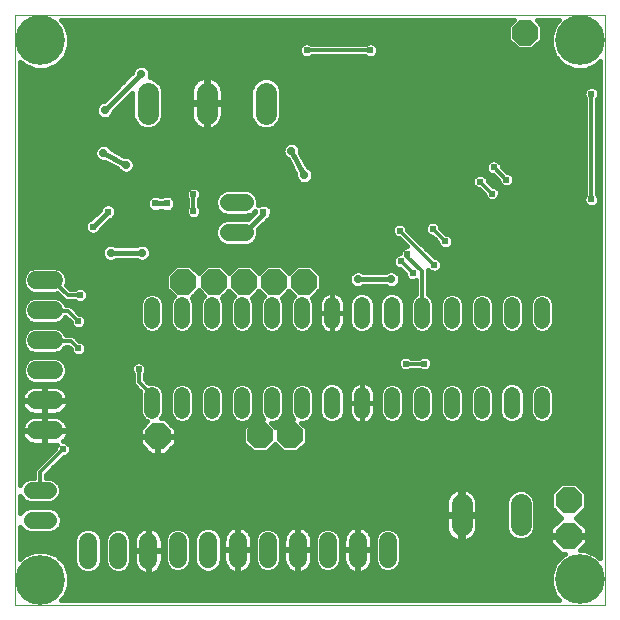
<source format=gtl>
G75*
%MOIN*%
%OFA0B0*%
%FSLAX24Y24*%
%IPPOS*%
%LPD*%
%AMOC8*
5,1,8,0,0,1.08239X$1,22.5*
%
%ADD10C,0.0000*%
%ADD11OC8,0.0850*%
%ADD12C,0.0600*%
%ADD13C,0.0520*%
%ADD14C,0.0705*%
%ADD15C,0.0560*%
%ADD16C,0.0160*%
%ADD17C,0.0240*%
%ADD18C,0.0280*%
%ADD19C,0.0120*%
%ADD20C,0.1660*%
D10*
X000180Y000180D02*
X000180Y019865D01*
X019865Y019865D01*
X019865Y000180D01*
X000180Y000180D01*
D11*
X004943Y005805D03*
X008358Y005838D03*
X009358Y005838D03*
X009817Y010961D03*
X008817Y010961D03*
X007817Y010961D03*
X006816Y010961D03*
X005796Y010961D03*
X017192Y019270D03*
X018645Y003674D03*
X018642Y002490D03*
D12*
X012615Y002328D02*
X012615Y001728D01*
X011615Y001728D02*
X011615Y002328D01*
X010615Y002328D02*
X010615Y001728D01*
X009615Y001728D02*
X009615Y002328D01*
X008615Y002328D02*
X008615Y001728D01*
X007615Y001728D02*
X007615Y002328D01*
X006615Y002328D02*
X006615Y001728D01*
X005615Y001728D02*
X005615Y002328D01*
X004625Y002301D02*
X004625Y001701D01*
X003625Y001701D02*
X003625Y002301D01*
X002625Y002301D02*
X002625Y001701D01*
X001480Y006006D02*
X000880Y006006D01*
X000880Y007006D02*
X001480Y007006D01*
X001480Y008006D02*
X000880Y008006D01*
X000880Y009006D02*
X001480Y009006D01*
X001480Y010006D02*
X000880Y010006D01*
X000880Y011006D02*
X001480Y011006D01*
D13*
X004752Y010190D02*
X004752Y009670D01*
X005752Y009670D02*
X005752Y010190D01*
X006752Y010190D02*
X006752Y009670D01*
X007752Y009670D02*
X007752Y010190D01*
X008752Y010190D02*
X008752Y009670D01*
X009752Y009670D02*
X009752Y010190D01*
X010752Y010190D02*
X010752Y009670D01*
X011752Y009670D02*
X011752Y010190D01*
X012752Y010190D02*
X012752Y009670D01*
X013752Y009670D02*
X013752Y010190D01*
X014752Y010190D02*
X014752Y009670D01*
X015752Y009670D02*
X015752Y010190D01*
X016752Y010190D02*
X016752Y009670D01*
X017752Y009670D02*
X017752Y010190D01*
X017752Y007190D02*
X017752Y006670D01*
X016752Y006670D02*
X016752Y007190D01*
X015752Y007190D02*
X015752Y006670D01*
X014752Y006670D02*
X014752Y007190D01*
X013752Y007190D02*
X013752Y006670D01*
X012752Y006670D02*
X012752Y007190D01*
X011752Y007190D02*
X011752Y006670D01*
X010752Y006670D02*
X010752Y007190D01*
X009752Y007190D02*
X009752Y006670D01*
X008752Y006670D02*
X008752Y007190D01*
X007752Y007190D02*
X007752Y006670D01*
X006752Y006670D02*
X006752Y007190D01*
X005752Y007190D02*
X005752Y006670D01*
X004752Y006670D02*
X004752Y007190D01*
D14*
X004612Y016562D02*
X004612Y017267D01*
X006581Y017267D02*
X006581Y016562D01*
X008549Y016562D02*
X008549Y017267D01*
X015072Y003546D02*
X015072Y002841D01*
X017040Y002841D02*
X017040Y003546D01*
D15*
X007860Y012609D02*
X007300Y012609D01*
X007300Y013609D02*
X007860Y013609D01*
X001299Y004012D02*
X000739Y004012D01*
X000739Y003012D02*
X001299Y003012D01*
D16*
X001584Y003350D02*
X014539Y003350D01*
X014539Y003231D02*
X015034Y003231D01*
X015034Y003156D01*
X015109Y003156D01*
X015109Y002309D01*
X015114Y002309D01*
X015196Y002322D01*
X015276Y002348D01*
X015351Y002386D01*
X015419Y002435D01*
X015478Y002495D01*
X015527Y002562D01*
X015565Y002637D01*
X015591Y002717D01*
X015604Y002800D01*
X015604Y003156D01*
X015109Y003156D01*
X015109Y003231D01*
X015604Y003231D01*
X015604Y003588D01*
X015591Y003671D01*
X015565Y003751D01*
X015527Y003826D01*
X015478Y003893D01*
X015419Y003953D01*
X015351Y004002D01*
X015276Y004040D01*
X015196Y004066D01*
X015114Y004079D01*
X015109Y004079D01*
X015109Y003232D01*
X015034Y003232D01*
X015034Y004079D01*
X015030Y004079D01*
X014947Y004066D01*
X014867Y004040D01*
X014793Y004002D01*
X014725Y003953D01*
X014666Y003893D01*
X014616Y003826D01*
X014578Y003751D01*
X014552Y003671D01*
X014539Y003588D01*
X014539Y003231D01*
X014539Y003156D02*
X014539Y002800D01*
X014552Y002717D01*
X014578Y002637D01*
X014616Y002562D01*
X014666Y002495D01*
X014725Y002435D01*
X014793Y002386D01*
X014867Y002348D01*
X014947Y002322D01*
X015030Y002309D01*
X015034Y002309D01*
X015034Y003156D01*
X014539Y003156D01*
X014539Y003033D02*
X001739Y003033D01*
X001739Y003100D02*
X001672Y003261D01*
X001549Y003385D01*
X001387Y003452D01*
X000652Y003452D01*
X000490Y003385D01*
X000366Y003261D01*
X000360Y003247D01*
X000360Y003830D01*
X000383Y003774D01*
X000501Y003656D01*
X000656Y003592D01*
X001383Y003592D01*
X001537Y003656D01*
X001655Y003774D01*
X001719Y003929D01*
X001719Y004096D01*
X001655Y004250D01*
X001537Y004368D01*
X001383Y004432D01*
X001220Y004432D01*
X001220Y004527D01*
X001813Y005120D01*
X001842Y005120D01*
X001937Y005160D01*
X002011Y005233D01*
X002050Y005328D01*
X002050Y005432D01*
X002011Y005527D01*
X001937Y005600D01*
X001842Y005640D01*
X001793Y005640D01*
X001846Y005693D01*
X001891Y005754D01*
X001925Y005822D01*
X001948Y005893D01*
X001960Y005968D01*
X001960Y005986D01*
X001200Y005986D01*
X001200Y005526D01*
X001518Y005526D01*
X001578Y005535D01*
X001570Y005527D01*
X001530Y005432D01*
X001530Y005403D01*
X000820Y004693D01*
X000820Y004432D01*
X000656Y004432D01*
X000501Y004368D01*
X000383Y004250D01*
X000360Y004194D01*
X000360Y018304D01*
X000482Y018183D01*
X000838Y018035D01*
X001224Y018035D01*
X001580Y018183D01*
X001853Y018455D01*
X002001Y018812D01*
X002001Y019198D01*
X001853Y019554D01*
X001722Y019685D01*
X016808Y019685D01*
X016627Y019504D01*
X016627Y019036D01*
X016958Y018705D01*
X017426Y018705D01*
X017757Y019036D01*
X017757Y019504D01*
X017576Y019685D01*
X018319Y019685D01*
X018190Y019556D01*
X018042Y019199D01*
X018042Y018814D01*
X018190Y018457D01*
X018462Y018184D01*
X018819Y018037D01*
X019205Y018037D01*
X019561Y018184D01*
X019685Y018308D01*
X019685Y001738D01*
X019559Y001865D01*
X019202Y002012D01*
X019019Y002012D01*
X019247Y002240D01*
X019247Y002470D01*
X018662Y002470D01*
X018662Y002510D01*
X019247Y002510D01*
X019247Y002741D01*
X018893Y003095D01*
X019230Y003432D01*
X019230Y003916D01*
X018887Y004259D01*
X018402Y004259D01*
X018060Y003916D01*
X018060Y003432D01*
X018396Y003095D01*
X018391Y003095D01*
X018037Y002741D01*
X018037Y002510D01*
X018622Y002510D01*
X018622Y002470D01*
X018037Y002470D01*
X018037Y002240D01*
X018391Y001885D01*
X018510Y001885D01*
X018460Y001865D01*
X018187Y001592D01*
X018040Y001235D01*
X018040Y000849D01*
X018187Y000493D01*
X018320Y000360D01*
X001732Y000360D01*
X001852Y000481D01*
X002000Y000837D01*
X002000Y001223D01*
X001852Y001579D01*
X001580Y001852D01*
X001223Y002000D01*
X000837Y002000D01*
X000481Y001852D01*
X000360Y001732D01*
X000360Y002778D01*
X000366Y002763D01*
X000490Y002639D01*
X000652Y002572D01*
X001387Y002572D01*
X001549Y002639D01*
X001672Y002763D01*
X001739Y002925D01*
X001739Y003100D01*
X001701Y003192D02*
X015034Y003192D01*
X015109Y003192D02*
X016548Y003192D01*
X016548Y003350D02*
X015604Y003350D01*
X015604Y003509D02*
X016548Y003509D01*
X016548Y003644D02*
X016623Y003825D01*
X016761Y003964D01*
X016942Y004039D01*
X017138Y004039D01*
X017319Y003964D01*
X017458Y003825D01*
X017533Y003644D01*
X017533Y002744D01*
X017458Y002563D01*
X017319Y002424D01*
X017138Y002349D01*
X016942Y002349D01*
X016761Y002424D01*
X016623Y002563D01*
X016548Y002744D01*
X016548Y003644D01*
X016557Y003667D02*
X015592Y003667D01*
X015527Y003826D02*
X016623Y003826D01*
X016810Y003984D02*
X015376Y003984D01*
X015109Y003984D02*
X015034Y003984D01*
X015034Y003826D02*
X015109Y003826D01*
X015109Y003667D02*
X015034Y003667D01*
X015034Y003509D02*
X015109Y003509D01*
X015109Y003350D02*
X015034Y003350D01*
X015034Y003033D02*
X015109Y003033D01*
X015109Y002875D02*
X015034Y002875D01*
X015034Y002716D02*
X015109Y002716D01*
X015109Y002558D02*
X015034Y002558D01*
X015034Y002399D02*
X015109Y002399D01*
X015369Y002399D02*
X016822Y002399D01*
X016628Y002558D02*
X015524Y002558D01*
X015591Y002716D02*
X016559Y002716D01*
X016548Y002875D02*
X015604Y002875D01*
X015604Y003033D02*
X016548Y003033D01*
X017259Y002399D02*
X018037Y002399D01*
X018037Y002241D02*
X013055Y002241D01*
X013055Y002399D02*
X014775Y002399D01*
X014620Y002558D02*
X012997Y002558D01*
X012988Y002578D02*
X012864Y002701D01*
X012703Y002768D01*
X012528Y002768D01*
X012366Y002701D01*
X012242Y002578D01*
X012175Y002416D01*
X012175Y001641D01*
X012242Y001479D01*
X012366Y001355D01*
X012528Y001288D01*
X012703Y001288D01*
X012864Y001355D01*
X012988Y001479D01*
X013055Y001641D01*
X013055Y002416D01*
X012988Y002578D01*
X012829Y002716D02*
X014553Y002716D01*
X014539Y002875D02*
X001719Y002875D01*
X001625Y002716D02*
X002425Y002716D01*
X002364Y002691D02*
X002534Y002761D01*
X002717Y002761D01*
X002886Y002691D01*
X003015Y002561D01*
X003085Y002392D01*
X003085Y001609D01*
X003015Y001440D01*
X002886Y001311D01*
X002717Y001241D01*
X002534Y001241D01*
X002364Y001311D01*
X002235Y001440D01*
X002165Y001609D01*
X002165Y002392D01*
X002235Y002561D01*
X002364Y002691D01*
X002233Y002558D02*
X000360Y002558D01*
X000360Y002716D02*
X000413Y002716D01*
X000360Y002399D02*
X002168Y002399D01*
X002165Y002241D02*
X000360Y002241D01*
X000360Y002082D02*
X002165Y002082D01*
X002165Y001924D02*
X001408Y001924D01*
X001667Y001765D02*
X002165Y001765D01*
X002166Y001607D02*
X001825Y001607D01*
X001907Y001448D02*
X002232Y001448D01*
X002416Y001290D02*
X001973Y001290D01*
X002000Y001131D02*
X018040Y001131D01*
X018040Y000973D02*
X002000Y000973D01*
X001991Y000814D02*
X018054Y000814D01*
X018120Y000656D02*
X001925Y000656D01*
X001859Y000497D02*
X018186Y000497D01*
X018062Y001290D02*
X012705Y001290D01*
X012525Y001290D02*
X011811Y001290D01*
X011799Y001284D02*
X011867Y001318D01*
X011928Y001362D01*
X011981Y001416D01*
X012026Y001477D01*
X012060Y001544D01*
X012083Y001616D01*
X012095Y001691D01*
X012095Y002008D01*
X011635Y002008D01*
X011635Y001248D01*
X011653Y001248D01*
X011728Y001260D01*
X011799Y001284D01*
X011635Y001290D02*
X011595Y001290D01*
X011595Y001248D02*
X011595Y002008D01*
X011635Y002008D01*
X011635Y002048D01*
X012095Y002048D01*
X012095Y002366D01*
X012083Y002441D01*
X012060Y002513D01*
X012026Y002580D01*
X011981Y002641D01*
X011928Y002695D01*
X011867Y002739D01*
X011799Y002773D01*
X011728Y002797D01*
X011653Y002808D01*
X011635Y002808D01*
X011635Y002048D01*
X011595Y002048D01*
X011595Y002008D01*
X011135Y002008D01*
X011135Y001691D01*
X011147Y001616D01*
X011170Y001544D01*
X011205Y001477D01*
X011249Y001416D01*
X011303Y001362D01*
X011364Y001318D01*
X011431Y001284D01*
X011503Y001260D01*
X011577Y001248D01*
X011595Y001248D01*
X011419Y001290D02*
X010705Y001290D01*
X010703Y001288D02*
X010864Y001355D01*
X010988Y001479D01*
X011055Y001641D01*
X011055Y002416D01*
X010988Y002578D01*
X010864Y002701D01*
X010703Y002768D01*
X010528Y002768D01*
X010366Y002701D01*
X010242Y002578D01*
X010175Y002416D01*
X010175Y001641D01*
X010242Y001479D01*
X010366Y001355D01*
X010528Y001288D01*
X010703Y001288D01*
X010525Y001290D02*
X009811Y001290D01*
X009799Y001284D02*
X009867Y001318D01*
X009928Y001362D01*
X009981Y001416D01*
X010026Y001477D01*
X010060Y001544D01*
X010083Y001616D01*
X010095Y001691D01*
X010095Y002008D01*
X009635Y002008D01*
X009635Y001248D01*
X009653Y001248D01*
X009728Y001260D01*
X009799Y001284D01*
X009635Y001290D02*
X009595Y001290D01*
X009595Y001248D02*
X009595Y002008D01*
X009635Y002008D01*
X009635Y002048D01*
X010095Y002048D01*
X010095Y002366D01*
X010083Y002441D01*
X010060Y002513D01*
X010026Y002580D01*
X009981Y002641D01*
X009928Y002695D01*
X009867Y002739D01*
X009799Y002773D01*
X009728Y002797D01*
X009653Y002808D01*
X009635Y002808D01*
X009635Y002048D01*
X009595Y002048D01*
X009595Y002008D01*
X009135Y002008D01*
X009135Y001691D01*
X009147Y001616D01*
X009170Y001544D01*
X009205Y001477D01*
X009249Y001416D01*
X009303Y001362D01*
X009364Y001318D01*
X009431Y001284D01*
X009503Y001260D01*
X009577Y001248D01*
X009595Y001248D01*
X009419Y001290D02*
X008705Y001290D01*
X008703Y001288D02*
X008864Y001355D01*
X008988Y001479D01*
X009055Y001641D01*
X009055Y002416D01*
X008988Y002578D01*
X008864Y002701D01*
X008703Y002768D01*
X008528Y002768D01*
X008366Y002701D01*
X008242Y002578D01*
X008175Y002416D01*
X008175Y001641D01*
X008242Y001479D01*
X008366Y001355D01*
X008528Y001288D01*
X008703Y001288D01*
X008525Y001290D02*
X007811Y001290D01*
X007799Y001284D02*
X007867Y001318D01*
X007928Y001362D01*
X007981Y001416D01*
X008026Y001477D01*
X008060Y001544D01*
X008083Y001616D01*
X008095Y001691D01*
X008095Y002008D01*
X007635Y002008D01*
X007635Y001248D01*
X007653Y001248D01*
X007728Y001260D01*
X007799Y001284D01*
X007635Y001290D02*
X007595Y001290D01*
X007595Y001248D02*
X007595Y002008D01*
X007635Y002008D01*
X007635Y002048D01*
X008095Y002048D01*
X008095Y002366D01*
X008083Y002441D01*
X008060Y002513D01*
X008026Y002580D01*
X007981Y002641D01*
X007928Y002695D01*
X007867Y002739D01*
X007799Y002773D01*
X007728Y002797D01*
X007653Y002808D01*
X007635Y002808D01*
X007635Y002048D01*
X007595Y002048D01*
X007595Y002008D01*
X007135Y002008D01*
X007135Y001691D01*
X007147Y001616D01*
X007170Y001544D01*
X007205Y001477D01*
X007249Y001416D01*
X007303Y001362D01*
X007364Y001318D01*
X007431Y001284D01*
X007503Y001260D01*
X007577Y001248D01*
X007595Y001248D01*
X007419Y001290D02*
X006758Y001290D01*
X006707Y001268D02*
X006876Y001338D01*
X007005Y001468D01*
X007075Y001637D01*
X007075Y002420D01*
X007005Y002589D01*
X006876Y002718D01*
X006707Y002788D01*
X006524Y002788D01*
X006355Y002718D01*
X006225Y002589D01*
X006155Y002420D01*
X006155Y001637D01*
X006225Y001468D01*
X006355Y001338D01*
X006524Y001268D01*
X006707Y001268D01*
X006473Y001290D02*
X005705Y001290D01*
X005703Y001288D02*
X005864Y001355D01*
X005988Y001479D01*
X006055Y001641D01*
X006055Y002416D01*
X005988Y002578D01*
X005864Y002701D01*
X005703Y002768D01*
X005528Y002768D01*
X005366Y002701D01*
X005242Y002578D01*
X005175Y002416D01*
X005175Y001641D01*
X005242Y001479D01*
X005366Y001355D01*
X005528Y001288D01*
X005703Y001288D01*
X005525Y001290D02*
X004875Y001290D01*
X004877Y001290D02*
X004938Y001335D01*
X004991Y001388D01*
X005036Y001449D01*
X005070Y001517D01*
X005093Y001588D01*
X005105Y001663D01*
X005105Y001981D01*
X004645Y001981D01*
X004645Y002021D01*
X004605Y002021D01*
X004605Y002781D01*
X004587Y002781D01*
X004513Y002769D01*
X004441Y002746D01*
X004373Y002711D01*
X004312Y002667D01*
X004259Y002614D01*
X004215Y002552D01*
X004180Y002485D01*
X004157Y002413D01*
X004145Y002339D01*
X004145Y002021D01*
X004605Y002021D01*
X004605Y001981D01*
X004145Y001981D01*
X004145Y001663D01*
X004157Y001588D01*
X004180Y001517D01*
X004215Y001449D01*
X004259Y001388D01*
X004312Y001335D01*
X004373Y001290D01*
X004441Y001256D01*
X004513Y001233D01*
X004587Y001221D01*
X004605Y001221D01*
X004605Y001981D01*
X004645Y001981D01*
X004645Y001221D01*
X004663Y001221D01*
X004737Y001233D01*
X004809Y001256D01*
X004877Y001290D01*
X005035Y001448D02*
X005273Y001448D01*
X005189Y001607D02*
X005096Y001607D01*
X005105Y001765D02*
X005175Y001765D01*
X005175Y001924D02*
X005105Y001924D01*
X005105Y002021D02*
X005105Y002339D01*
X005093Y002413D01*
X005070Y002485D01*
X005036Y002552D01*
X004991Y002614D01*
X004938Y002667D01*
X004877Y002711D01*
X004809Y002746D01*
X004737Y002769D01*
X004663Y002781D01*
X004645Y002781D01*
X004645Y002021D01*
X005105Y002021D01*
X005105Y002082D02*
X005175Y002082D01*
X005175Y002241D02*
X005105Y002241D01*
X005095Y002399D02*
X005175Y002399D01*
X005234Y002558D02*
X005032Y002558D01*
X004868Y002716D02*
X005401Y002716D01*
X005829Y002716D02*
X006352Y002716D01*
X006212Y002558D02*
X005997Y002558D01*
X006055Y002399D02*
X006155Y002399D01*
X006155Y002241D02*
X006055Y002241D01*
X006055Y002082D02*
X006155Y002082D01*
X006155Y001924D02*
X006055Y001924D01*
X006055Y001765D02*
X006155Y001765D01*
X006168Y001607D02*
X006041Y001607D01*
X005957Y001448D02*
X006245Y001448D01*
X006985Y001448D02*
X007226Y001448D01*
X007150Y001607D02*
X007063Y001607D01*
X007075Y001765D02*
X007135Y001765D01*
X007135Y001924D02*
X007075Y001924D01*
X007135Y002048D02*
X007595Y002048D01*
X007595Y002808D01*
X007577Y002808D01*
X007503Y002797D01*
X007431Y002773D01*
X007364Y002739D01*
X007303Y002695D01*
X007249Y002641D01*
X007205Y002580D01*
X007170Y002513D01*
X007147Y002441D01*
X007135Y002366D01*
X007135Y002048D01*
X007135Y002082D02*
X007075Y002082D01*
X007075Y002241D02*
X007135Y002241D01*
X007140Y002399D02*
X007075Y002399D01*
X007018Y002558D02*
X007193Y002558D01*
X007332Y002716D02*
X006878Y002716D01*
X007595Y002716D02*
X007635Y002716D01*
X007635Y002558D02*
X007595Y002558D01*
X007595Y002399D02*
X007635Y002399D01*
X007635Y002241D02*
X007595Y002241D01*
X007595Y002082D02*
X007635Y002082D01*
X007635Y001924D02*
X007595Y001924D01*
X007595Y001765D02*
X007635Y001765D01*
X007635Y001607D02*
X007595Y001607D01*
X007595Y001448D02*
X007635Y001448D01*
X008005Y001448D02*
X008273Y001448D01*
X008189Y001607D02*
X008080Y001607D01*
X008095Y001765D02*
X008175Y001765D01*
X008175Y001924D02*
X008095Y001924D01*
X008095Y002082D02*
X008175Y002082D01*
X008175Y002241D02*
X008095Y002241D01*
X008090Y002399D02*
X008175Y002399D01*
X008234Y002558D02*
X008037Y002558D01*
X007898Y002716D02*
X008401Y002716D01*
X008829Y002716D02*
X009332Y002716D01*
X009303Y002695D02*
X009249Y002641D01*
X009205Y002580D01*
X009170Y002513D01*
X009147Y002441D01*
X009135Y002366D01*
X009135Y002048D01*
X009595Y002048D01*
X009595Y002808D01*
X009577Y002808D01*
X009503Y002797D01*
X009431Y002773D01*
X009364Y002739D01*
X009303Y002695D01*
X009193Y002558D02*
X008997Y002558D01*
X009055Y002399D02*
X009140Y002399D01*
X009135Y002241D02*
X009055Y002241D01*
X009055Y002082D02*
X009135Y002082D01*
X009135Y001924D02*
X009055Y001924D01*
X009055Y001765D02*
X009135Y001765D01*
X009150Y001607D02*
X009041Y001607D01*
X008957Y001448D02*
X009226Y001448D01*
X009595Y001448D02*
X009635Y001448D01*
X009635Y001607D02*
X009595Y001607D01*
X009595Y001765D02*
X009635Y001765D01*
X009635Y001924D02*
X009595Y001924D01*
X009595Y002082D02*
X009635Y002082D01*
X009635Y002241D02*
X009595Y002241D01*
X009595Y002399D02*
X009635Y002399D01*
X009635Y002558D02*
X009595Y002558D01*
X009595Y002716D02*
X009635Y002716D01*
X009898Y002716D02*
X010401Y002716D01*
X010234Y002558D02*
X010037Y002558D01*
X010090Y002399D02*
X010175Y002399D01*
X010175Y002241D02*
X010095Y002241D01*
X010095Y002082D02*
X010175Y002082D01*
X010175Y001924D02*
X010095Y001924D01*
X010095Y001765D02*
X010175Y001765D01*
X010189Y001607D02*
X010080Y001607D01*
X010005Y001448D02*
X010273Y001448D01*
X010957Y001448D02*
X011226Y001448D01*
X011150Y001607D02*
X011041Y001607D01*
X011055Y001765D02*
X011135Y001765D01*
X011135Y001924D02*
X011055Y001924D01*
X011135Y002048D02*
X011595Y002048D01*
X011595Y002808D01*
X011577Y002808D01*
X011503Y002797D01*
X011431Y002773D01*
X011364Y002739D01*
X011303Y002695D01*
X011249Y002641D01*
X011205Y002580D01*
X011170Y002513D01*
X011147Y002441D01*
X011135Y002366D01*
X011135Y002048D01*
X011135Y002082D02*
X011055Y002082D01*
X011055Y002241D02*
X011135Y002241D01*
X011140Y002399D02*
X011055Y002399D01*
X010997Y002558D02*
X011193Y002558D01*
X011332Y002716D02*
X010829Y002716D01*
X011595Y002716D02*
X011635Y002716D01*
X011635Y002558D02*
X011595Y002558D01*
X011595Y002399D02*
X011635Y002399D01*
X011635Y002241D02*
X011595Y002241D01*
X011595Y002082D02*
X011635Y002082D01*
X011635Y001924D02*
X011595Y001924D01*
X011595Y001765D02*
X011635Y001765D01*
X011635Y001607D02*
X011595Y001607D01*
X011595Y001448D02*
X011635Y001448D01*
X012005Y001448D02*
X012273Y001448D01*
X012189Y001607D02*
X012080Y001607D01*
X012095Y001765D02*
X012175Y001765D01*
X012175Y001924D02*
X012095Y001924D01*
X012095Y002082D02*
X012175Y002082D01*
X012175Y002241D02*
X012095Y002241D01*
X012090Y002399D02*
X012175Y002399D01*
X012234Y002558D02*
X012037Y002558D01*
X011898Y002716D02*
X012401Y002716D01*
X013055Y002082D02*
X018195Y002082D01*
X018353Y001924D02*
X013055Y001924D01*
X013055Y001765D02*
X018361Y001765D01*
X018202Y001607D02*
X013041Y001607D01*
X012957Y001448D02*
X018128Y001448D01*
X018037Y002558D02*
X017453Y002558D01*
X017521Y002716D02*
X018037Y002716D01*
X018170Y002875D02*
X017533Y002875D01*
X017533Y003033D02*
X018329Y003033D01*
X018300Y003192D02*
X017533Y003192D01*
X017533Y003350D02*
X018142Y003350D01*
X018060Y003509D02*
X017533Y003509D01*
X017523Y003667D02*
X018060Y003667D01*
X018060Y003826D02*
X017458Y003826D01*
X017271Y003984D02*
X018127Y003984D01*
X018286Y004143D02*
X001700Y004143D01*
X001719Y003984D02*
X014768Y003984D01*
X014616Y003826D02*
X001677Y003826D01*
X001548Y003667D02*
X014552Y003667D01*
X014539Y003509D02*
X000360Y003509D01*
X000360Y003667D02*
X000491Y003667D01*
X000362Y003826D02*
X000360Y003826D01*
X000360Y004301D02*
X000434Y004301D01*
X000360Y004460D02*
X000820Y004460D01*
X000820Y004618D02*
X000360Y004618D01*
X000360Y004777D02*
X000904Y004777D01*
X001062Y004935D02*
X000360Y004935D01*
X000360Y005094D02*
X001221Y005094D01*
X001379Y005252D02*
X000360Y005252D01*
X000360Y005411D02*
X001530Y005411D01*
X001787Y005094D02*
X019685Y005094D01*
X019685Y005252D02*
X005246Y005252D01*
X005194Y005200D02*
X005548Y005554D01*
X005548Y005785D01*
X004963Y005785D01*
X004963Y005825D01*
X005548Y005825D01*
X005548Y006055D01*
X005194Y006410D01*
X005058Y006410D01*
X005091Y006443D01*
X005152Y006590D01*
X005152Y007270D01*
X005091Y007417D01*
X004979Y007529D01*
X004832Y007590D01*
X004672Y007590D01*
X004645Y007578D01*
X004510Y007713D01*
X004510Y007882D01*
X004531Y007903D01*
X004570Y007998D01*
X004570Y008102D01*
X004531Y008197D01*
X004457Y008270D01*
X004362Y008310D01*
X004258Y008310D01*
X004163Y008270D01*
X004090Y008197D01*
X004050Y008102D01*
X004050Y007998D01*
X004090Y007903D01*
X004110Y007882D01*
X004110Y007713D01*
X004110Y007547D01*
X004362Y007295D01*
X004352Y007270D01*
X004352Y006590D01*
X004413Y006443D01*
X004525Y006331D01*
X004588Y006305D01*
X004338Y006055D01*
X004338Y005825D01*
X004923Y005825D01*
X004923Y005785D01*
X004338Y005785D01*
X004338Y005554D01*
X004693Y005200D01*
X004923Y005200D01*
X004923Y005785D01*
X004963Y005785D01*
X004963Y005200D01*
X005194Y005200D01*
X004963Y005252D02*
X004923Y005252D01*
X004923Y005411D02*
X004963Y005411D01*
X004963Y005569D02*
X004923Y005569D01*
X004923Y005728D02*
X004963Y005728D01*
X005404Y005411D02*
X007987Y005411D01*
X008124Y005273D02*
X007793Y005604D01*
X007793Y006072D01*
X008124Y006403D01*
X008453Y006403D01*
X008413Y006443D01*
X008352Y006590D01*
X008352Y007270D01*
X008413Y007417D01*
X008525Y007529D01*
X008672Y007590D01*
X008832Y007590D01*
X008979Y007529D01*
X009091Y007417D01*
X009152Y007270D01*
X009152Y006590D01*
X009091Y006443D01*
X008979Y006331D01*
X008832Y006270D01*
X008726Y006270D01*
X008858Y006137D01*
X009124Y006403D01*
X009453Y006403D01*
X009413Y006443D01*
X009352Y006590D01*
X009352Y007270D01*
X009413Y007417D01*
X009525Y007529D01*
X009672Y007590D01*
X009832Y007590D01*
X009979Y007529D01*
X010091Y007417D01*
X010152Y007270D01*
X010152Y006590D01*
X010091Y006443D01*
X009979Y006331D01*
X009832Y006270D01*
X009726Y006270D01*
X009923Y006072D01*
X009923Y005604D01*
X009592Y005273D01*
X009124Y005273D01*
X008858Y005539D01*
X008592Y005273D01*
X008124Y005273D01*
X007829Y005569D02*
X005548Y005569D01*
X005548Y005728D02*
X007793Y005728D01*
X007793Y005886D02*
X005548Y005886D01*
X005548Y006045D02*
X007793Y006045D01*
X007924Y006203D02*
X005401Y006203D01*
X005525Y006331D02*
X005672Y006270D01*
X005832Y006270D01*
X005979Y006331D01*
X006091Y006443D01*
X006152Y006590D01*
X006152Y007270D01*
X006091Y007417D01*
X005979Y007529D01*
X005832Y007590D01*
X005672Y007590D01*
X005525Y007529D01*
X005413Y007417D01*
X005352Y007270D01*
X005352Y006590D01*
X005413Y006443D01*
X005525Y006331D01*
X005495Y006362D02*
X005242Y006362D01*
X005123Y006520D02*
X005381Y006520D01*
X005352Y006679D02*
X005152Y006679D01*
X005152Y006837D02*
X005352Y006837D01*
X005352Y006996D02*
X005152Y006996D01*
X005152Y007154D02*
X005352Y007154D01*
X005370Y007313D02*
X005134Y007313D01*
X005037Y007471D02*
X005467Y007471D01*
X006037Y007471D02*
X006467Y007471D01*
X006413Y007417D02*
X006525Y007529D01*
X006672Y007590D01*
X006832Y007590D01*
X006979Y007529D01*
X007091Y007417D01*
X007152Y007270D01*
X007152Y006590D01*
X007091Y006443D01*
X006979Y006331D01*
X006832Y006270D01*
X006672Y006270D01*
X006525Y006331D01*
X006413Y006443D01*
X006352Y006590D01*
X006352Y007270D01*
X006413Y007417D01*
X006370Y007313D02*
X006134Y007313D01*
X006152Y007154D02*
X006352Y007154D01*
X006352Y006996D02*
X006152Y006996D01*
X006152Y006837D02*
X006352Y006837D01*
X006352Y006679D02*
X006152Y006679D01*
X006123Y006520D02*
X006381Y006520D01*
X006495Y006362D02*
X006009Y006362D01*
X007009Y006362D02*
X007495Y006362D01*
X007525Y006331D02*
X007672Y006270D01*
X007832Y006270D01*
X007979Y006331D01*
X008091Y006443D01*
X008152Y006590D01*
X008152Y007270D01*
X008091Y007417D01*
X007979Y007529D01*
X007832Y007590D01*
X007672Y007590D01*
X007525Y007529D01*
X007413Y007417D01*
X007352Y007270D01*
X007352Y006590D01*
X007413Y006443D01*
X007525Y006331D01*
X007381Y006520D02*
X007123Y006520D01*
X007152Y006679D02*
X007352Y006679D01*
X007352Y006837D02*
X007152Y006837D01*
X007152Y006996D02*
X007352Y006996D01*
X007352Y007154D02*
X007152Y007154D01*
X007134Y007313D02*
X007370Y007313D01*
X007467Y007471D02*
X007037Y007471D01*
X008037Y007471D02*
X008467Y007471D01*
X008370Y007313D02*
X008134Y007313D01*
X008152Y007154D02*
X008352Y007154D01*
X008352Y006996D02*
X008152Y006996D01*
X008152Y006837D02*
X008352Y006837D01*
X008352Y006679D02*
X008152Y006679D01*
X008123Y006520D02*
X008381Y006520D01*
X008082Y006362D02*
X008009Y006362D01*
X008793Y006203D02*
X008924Y006203D01*
X009009Y006362D02*
X009082Y006362D01*
X009123Y006520D02*
X009381Y006520D01*
X009352Y006679D02*
X009152Y006679D01*
X009152Y006837D02*
X009352Y006837D01*
X009352Y006996D02*
X009152Y006996D01*
X009152Y007154D02*
X009352Y007154D01*
X009370Y007313D02*
X009134Y007313D01*
X009037Y007471D02*
X009467Y007471D01*
X010037Y007471D02*
X010439Y007471D01*
X010396Y007428D02*
X010514Y007546D01*
X010668Y007610D01*
X010836Y007610D01*
X010990Y007546D01*
X011108Y007428D01*
X011172Y007274D01*
X011172Y006586D01*
X011108Y006432D01*
X010990Y006314D01*
X010836Y006250D01*
X010668Y006250D01*
X010514Y006314D01*
X010396Y006432D01*
X010332Y006586D01*
X010332Y007274D01*
X010396Y007428D01*
X010348Y007313D02*
X010134Y007313D01*
X010152Y007154D02*
X010332Y007154D01*
X010332Y006996D02*
X010152Y006996D01*
X010152Y006837D02*
X010332Y006837D01*
X010332Y006679D02*
X010152Y006679D01*
X010123Y006520D02*
X010360Y006520D01*
X010467Y006362D02*
X010009Y006362D01*
X009793Y006203D02*
X019685Y006203D01*
X019685Y006045D02*
X009923Y006045D01*
X009923Y005886D02*
X019685Y005886D01*
X019685Y005728D02*
X009923Y005728D01*
X009888Y005569D02*
X019685Y005569D01*
X019685Y005411D02*
X009729Y005411D01*
X008987Y005411D02*
X008729Y005411D01*
X011037Y006362D02*
X011438Y006362D01*
X011416Y006383D02*
X011465Y006334D01*
X011521Y006294D01*
X011583Y006262D01*
X011649Y006241D01*
X011717Y006230D01*
X011752Y006230D01*
X011752Y006930D01*
X011752Y006930D01*
X011312Y006930D01*
X011312Y007225D01*
X011323Y007293D01*
X011344Y007359D01*
X011376Y007421D01*
X011416Y007477D01*
X011465Y007526D01*
X011521Y007566D01*
X011583Y007598D01*
X011649Y007619D01*
X011717Y007630D01*
X011752Y007630D01*
X011752Y006930D01*
X011312Y006930D01*
X011312Y006635D01*
X011323Y006567D01*
X011344Y006501D01*
X011376Y006439D01*
X011416Y006383D01*
X011338Y006520D02*
X011144Y006520D01*
X011172Y006679D02*
X011312Y006679D01*
X011312Y006837D02*
X011172Y006837D01*
X011172Y006996D02*
X011312Y006996D01*
X011312Y007154D02*
X011172Y007154D01*
X011156Y007313D02*
X011329Y007313D01*
X011412Y007471D02*
X011065Y007471D01*
X011714Y007630D02*
X004593Y007630D01*
X004510Y007788D02*
X019685Y007788D01*
X019685Y007630D02*
X011790Y007630D01*
X011787Y007630D02*
X011855Y007619D01*
X011921Y007598D01*
X011983Y007566D01*
X012039Y007526D01*
X012088Y007477D01*
X012128Y007421D01*
X012160Y007359D01*
X012181Y007293D01*
X012192Y007225D01*
X012192Y006930D01*
X011752Y006930D01*
X011752Y006930D01*
X011752Y006930D01*
X011752Y007630D01*
X011787Y007630D01*
X011752Y007630D02*
X011752Y007630D01*
X011752Y007471D02*
X011752Y007471D01*
X011752Y007313D02*
X011752Y007313D01*
X011752Y007154D02*
X011752Y007154D01*
X011752Y006996D02*
X011752Y006996D01*
X011752Y006930D02*
X011752Y006930D01*
X011752Y006230D01*
X011787Y006230D01*
X011855Y006241D01*
X011921Y006262D01*
X011983Y006294D01*
X012039Y006334D01*
X012088Y006383D01*
X012128Y006439D01*
X012160Y006501D01*
X012181Y006567D01*
X012192Y006635D01*
X012192Y006930D01*
X011752Y006930D01*
X011752Y006837D02*
X011752Y006837D01*
X011752Y006679D02*
X011752Y006679D01*
X011752Y006520D02*
X011752Y006520D01*
X011752Y006362D02*
X011752Y006362D01*
X012066Y006362D02*
X012495Y006362D01*
X012525Y006331D02*
X012672Y006270D01*
X012832Y006270D01*
X012979Y006331D01*
X013091Y006443D01*
X013152Y006590D01*
X013152Y007270D01*
X013091Y007417D01*
X012979Y007529D01*
X012832Y007590D01*
X012672Y007590D01*
X012525Y007529D01*
X012413Y007417D01*
X012352Y007270D01*
X012352Y006590D01*
X012413Y006443D01*
X012525Y006331D01*
X012381Y006520D02*
X012166Y006520D01*
X012192Y006679D02*
X012352Y006679D01*
X012352Y006837D02*
X012192Y006837D01*
X012192Y006996D02*
X012352Y006996D01*
X012352Y007154D02*
X012192Y007154D01*
X012175Y007313D02*
X012370Y007313D01*
X012467Y007471D02*
X012092Y007471D01*
X012995Y008086D02*
X013068Y008013D01*
X013164Y007973D01*
X013267Y007973D01*
X013363Y008013D01*
X013384Y008034D01*
X013660Y008036D01*
X013679Y008016D01*
X013775Y007977D01*
X013878Y007977D01*
X013974Y008016D01*
X014047Y008089D01*
X014087Y008185D01*
X014087Y008288D01*
X014047Y008384D01*
X013974Y008457D01*
X013878Y008497D01*
X013775Y008497D01*
X013679Y008457D01*
X013658Y008436D01*
X013382Y008434D01*
X013363Y008453D01*
X013267Y008493D01*
X013164Y008493D01*
X013068Y008453D01*
X012995Y008380D01*
X012956Y008285D01*
X012956Y008181D01*
X012995Y008086D01*
X012987Y008105D02*
X004569Y008105D01*
X004549Y007947D02*
X019685Y007947D01*
X019685Y008105D02*
X014053Y008105D01*
X014087Y008264D02*
X019685Y008264D01*
X019685Y008422D02*
X014009Y008422D01*
X013832Y007590D02*
X013672Y007590D01*
X013525Y007529D01*
X013413Y007417D01*
X013352Y007270D01*
X013352Y006590D01*
X013413Y006443D01*
X013525Y006331D01*
X013672Y006270D01*
X013832Y006270D01*
X013979Y006331D01*
X014091Y006443D01*
X014152Y006590D01*
X014152Y007270D01*
X014091Y007417D01*
X013979Y007529D01*
X013832Y007590D01*
X014037Y007471D02*
X014467Y007471D01*
X014413Y007417D02*
X014525Y007529D01*
X014672Y007590D01*
X014832Y007590D01*
X014979Y007529D01*
X015091Y007417D01*
X015152Y007270D01*
X015152Y006590D01*
X015091Y006443D01*
X014979Y006331D01*
X014832Y006270D01*
X014672Y006270D01*
X014525Y006331D01*
X014413Y006443D01*
X014352Y006590D01*
X014352Y007270D01*
X014413Y007417D01*
X014370Y007313D02*
X014134Y007313D01*
X014152Y007154D02*
X014352Y007154D01*
X014352Y006996D02*
X014152Y006996D01*
X014152Y006837D02*
X014352Y006837D01*
X014352Y006679D02*
X014152Y006679D01*
X014123Y006520D02*
X014381Y006520D01*
X014495Y006362D02*
X014009Y006362D01*
X013495Y006362D02*
X013009Y006362D01*
X013123Y006520D02*
X013381Y006520D01*
X013352Y006679D02*
X013152Y006679D01*
X013152Y006837D02*
X013352Y006837D01*
X013352Y006996D02*
X013152Y006996D01*
X013152Y007154D02*
X013352Y007154D01*
X013370Y007313D02*
X013134Y007313D01*
X013037Y007471D02*
X013467Y007471D01*
X012956Y008264D02*
X004464Y008264D01*
X004156Y008264D02*
X001845Y008264D01*
X001853Y008255D02*
X001729Y008379D01*
X001568Y008446D01*
X000793Y008446D01*
X000631Y008379D01*
X000507Y008255D01*
X000440Y008093D01*
X000440Y007918D01*
X000507Y007757D01*
X000631Y007633D01*
X000793Y007566D01*
X001568Y007566D01*
X001729Y007633D01*
X001853Y007757D01*
X001920Y007918D01*
X001920Y008093D01*
X001853Y008255D01*
X001915Y008105D02*
X004052Y008105D01*
X004072Y007947D02*
X001920Y007947D01*
X001866Y007788D02*
X004110Y007788D01*
X004110Y007630D02*
X001722Y007630D01*
X001664Y007451D02*
X001593Y007474D01*
X001518Y007486D01*
X001200Y007486D01*
X001200Y007026D01*
X001160Y007026D01*
X001160Y007486D01*
X000842Y007486D01*
X000768Y007474D01*
X000696Y007451D01*
X000629Y007416D01*
X000567Y007372D01*
X000514Y007318D01*
X000470Y007257D01*
X000435Y007190D01*
X000412Y007118D01*
X000400Y007044D01*
X000400Y007026D01*
X001160Y007026D01*
X001160Y006986D01*
X000400Y006986D01*
X000400Y006968D01*
X000412Y006893D01*
X000435Y006822D01*
X000470Y006754D01*
X000514Y006693D01*
X000567Y006640D01*
X000629Y006595D01*
X000696Y006561D01*
X000768Y006538D01*
X000842Y006526D01*
X001160Y006526D01*
X001160Y006986D01*
X001200Y006986D01*
X001200Y007026D01*
X001960Y007026D01*
X001960Y007044D01*
X001948Y007118D01*
X001925Y007190D01*
X001891Y007257D01*
X001846Y007318D01*
X001793Y007372D01*
X001732Y007416D01*
X001664Y007451D01*
X001602Y007471D02*
X004186Y007471D01*
X004345Y007313D02*
X001851Y007313D01*
X001937Y007154D02*
X004352Y007154D01*
X004352Y006996D02*
X001200Y006996D01*
X001200Y006986D02*
X001960Y006986D01*
X001960Y006968D01*
X001948Y006893D01*
X001925Y006822D01*
X001891Y006754D01*
X001846Y006693D01*
X001793Y006640D01*
X001732Y006595D01*
X001664Y006561D01*
X001593Y006538D01*
X001518Y006526D01*
X001200Y006526D01*
X001200Y006986D01*
X001160Y006996D02*
X000360Y006996D01*
X000360Y007154D02*
X000424Y007154D01*
X000360Y007313D02*
X000510Y007313D01*
X000360Y007471D02*
X000759Y007471D01*
X000639Y007630D02*
X000360Y007630D01*
X000360Y007788D02*
X000494Y007788D01*
X000440Y007947D02*
X000360Y007947D01*
X000360Y008105D02*
X000445Y008105D01*
X000516Y008264D02*
X000360Y008264D01*
X000360Y008422D02*
X000735Y008422D01*
X000793Y008566D02*
X000631Y008633D01*
X000507Y008757D01*
X000440Y008918D01*
X000440Y009093D01*
X000507Y009255D01*
X000631Y009379D01*
X000793Y009446D01*
X001568Y009446D01*
X001729Y009379D01*
X001853Y009255D01*
X001876Y009200D01*
X002123Y009200D01*
X002240Y009083D01*
X002323Y009000D01*
X002352Y009000D01*
X002447Y008960D01*
X002521Y008887D01*
X002560Y008792D01*
X002560Y008688D01*
X002521Y008593D01*
X002447Y008520D01*
X002352Y008480D01*
X002248Y008480D01*
X002153Y008520D01*
X002080Y008593D01*
X002040Y008688D01*
X002040Y008717D01*
X001957Y008800D01*
X001871Y008800D01*
X001853Y008757D01*
X001729Y008633D01*
X001568Y008566D01*
X000793Y008566D01*
X000757Y008581D02*
X000360Y008581D01*
X000360Y008739D02*
X000525Y008739D01*
X000449Y008898D02*
X000360Y008898D01*
X000360Y009056D02*
X000440Y009056D01*
X000490Y009215D02*
X000360Y009215D01*
X000360Y009373D02*
X000625Y009373D01*
X000793Y009566D02*
X000631Y009633D01*
X000507Y009757D01*
X000440Y009918D01*
X000440Y010093D01*
X000507Y010255D01*
X000631Y010379D01*
X000793Y010446D01*
X001568Y010446D01*
X001729Y010379D01*
X001853Y010255D01*
X001876Y010200D01*
X002023Y010200D01*
X002140Y010083D01*
X002140Y010083D01*
X002323Y009900D01*
X002352Y009900D01*
X002447Y009860D01*
X002521Y009787D01*
X002560Y009692D01*
X002560Y009588D01*
X002521Y009493D01*
X002447Y009420D01*
X002352Y009380D01*
X002248Y009380D01*
X002153Y009420D01*
X002080Y009493D01*
X002040Y009588D01*
X002040Y009617D01*
X001867Y009790D01*
X001853Y009757D01*
X001729Y009633D01*
X001568Y009566D01*
X000793Y009566D01*
X000574Y009690D02*
X000360Y009690D01*
X000360Y009532D02*
X002064Y009532D01*
X001967Y009690D02*
X001787Y009690D01*
X001735Y009373D02*
X004483Y009373D01*
X004525Y009331D02*
X004672Y009270D01*
X004832Y009270D01*
X004979Y009331D01*
X005091Y009443D01*
X005152Y009590D01*
X005152Y010270D01*
X005091Y010417D01*
X004979Y010529D01*
X004832Y010590D01*
X004672Y010590D01*
X004525Y010529D01*
X004413Y010417D01*
X004352Y010270D01*
X004352Y009590D01*
X004413Y009443D01*
X004525Y009331D01*
X004376Y009532D02*
X002537Y009532D01*
X002560Y009690D02*
X004352Y009690D01*
X004352Y009849D02*
X002459Y009849D01*
X002216Y010007D02*
X004352Y010007D01*
X004352Y010166D02*
X002057Y010166D01*
X002203Y010300D02*
X002298Y010260D01*
X002402Y010260D01*
X002497Y010300D01*
X002571Y010373D01*
X002610Y010468D01*
X002610Y010572D01*
X002571Y010667D01*
X002497Y010740D01*
X002402Y010780D01*
X002298Y010780D01*
X002203Y010740D01*
X002182Y010720D01*
X002023Y010720D01*
X001892Y010851D01*
X001920Y010918D01*
X001920Y011093D01*
X001853Y011255D01*
X001729Y011379D01*
X001568Y011446D01*
X000793Y011446D01*
X000631Y011379D01*
X000507Y011255D01*
X000440Y011093D01*
X000440Y010918D01*
X000507Y010757D01*
X000631Y010633D01*
X000793Y010566D01*
X001568Y010566D01*
X001599Y010579D01*
X001857Y010320D01*
X002182Y010320D01*
X002203Y010300D01*
X001853Y010324D02*
X001784Y010324D01*
X001695Y010483D02*
X000360Y010483D01*
X000360Y010641D02*
X000623Y010641D01*
X000489Y010800D02*
X000360Y010800D01*
X000360Y010958D02*
X000440Y010958D01*
X000450Y011117D02*
X000360Y011117D01*
X000360Y011275D02*
X000527Y011275D01*
X000360Y011434D02*
X000763Y011434D01*
X000360Y011592D02*
X012783Y011592D01*
X012780Y011598D02*
X012820Y011503D01*
X012893Y011430D01*
X012988Y011390D01*
X013017Y011390D01*
X013180Y011227D01*
X013180Y011198D01*
X013220Y011103D01*
X013293Y011030D01*
X013388Y010990D01*
X013492Y010990D01*
X013550Y011014D01*
X013550Y010539D01*
X013525Y010529D01*
X013413Y010417D01*
X013352Y010270D01*
X013352Y009590D01*
X013413Y009443D01*
X013525Y009331D01*
X013672Y009270D01*
X013832Y009270D01*
X013979Y009331D01*
X014091Y009443D01*
X014152Y009590D01*
X014152Y010270D01*
X014091Y010417D01*
X013979Y010529D01*
X013950Y010541D01*
X013950Y011362D01*
X014013Y011300D01*
X014108Y011260D01*
X014212Y011260D01*
X014307Y011300D01*
X014381Y011373D01*
X014420Y011468D01*
X014420Y011572D01*
X014381Y011667D01*
X014307Y011740D01*
X014212Y011780D01*
X014183Y011780D01*
X013270Y012693D01*
X013270Y012722D01*
X013231Y012817D01*
X013157Y012890D01*
X013062Y012930D01*
X012958Y012930D01*
X012863Y012890D01*
X012790Y012817D01*
X012750Y012722D01*
X012750Y012618D01*
X012790Y012523D01*
X012863Y012450D01*
X012958Y012410D01*
X012987Y012410D01*
X013257Y012140D01*
X013218Y012140D01*
X013123Y012100D01*
X013050Y012027D01*
X013010Y011932D01*
X013010Y011910D01*
X012988Y011910D01*
X012893Y011870D01*
X012820Y011797D01*
X012780Y011702D01*
X012780Y011598D01*
X012800Y011751D02*
X004665Y011751D01*
X004677Y011763D02*
X004723Y011873D01*
X004723Y011992D01*
X004677Y012103D01*
X004593Y012187D01*
X004483Y012233D01*
X004363Y012233D01*
X004253Y012187D01*
X004239Y012173D01*
X003557Y012173D01*
X003543Y012187D01*
X003433Y012233D01*
X003313Y012233D01*
X003203Y012187D01*
X003119Y012103D01*
X003073Y011992D01*
X003073Y011873D01*
X003119Y011763D01*
X003203Y011678D01*
X003313Y011633D01*
X003433Y011633D01*
X003543Y011678D01*
X003557Y011693D01*
X004239Y011693D01*
X004253Y011678D01*
X004363Y011633D01*
X004483Y011633D01*
X004593Y011678D01*
X004677Y011763D01*
X004723Y011909D02*
X012986Y011909D01*
X013090Y012068D02*
X004692Y012068D01*
X004499Y012226D02*
X007075Y012226D01*
X007051Y012236D02*
X007213Y012169D01*
X007948Y012169D01*
X008109Y012236D01*
X008233Y012360D01*
X008300Y012522D01*
X008300Y012697D01*
X008293Y012713D01*
X008674Y013094D01*
X008676Y013100D01*
X008708Y013131D01*
X008750Y013234D01*
X008750Y013346D01*
X008708Y013449D01*
X008629Y013527D01*
X008526Y013570D01*
X008414Y013570D01*
X008312Y013527D01*
X008296Y013512D01*
X008300Y013522D01*
X008300Y013697D01*
X008233Y013858D01*
X008109Y013982D01*
X007948Y014049D01*
X007213Y014049D01*
X007051Y013982D01*
X006927Y013858D01*
X006860Y013697D01*
X006860Y013522D01*
X006927Y013360D01*
X007051Y013236D01*
X007213Y013169D01*
X007948Y013169D01*
X008109Y013236D01*
X008190Y013317D01*
X008190Y013289D01*
X007949Y013048D01*
X007948Y013049D01*
X007213Y013049D01*
X007051Y012982D01*
X006927Y012858D01*
X006860Y012697D01*
X006860Y012522D01*
X006927Y012360D01*
X007051Y012236D01*
X006917Y012385D02*
X000360Y012385D01*
X000360Y012543D02*
X002675Y012543D01*
X002630Y012561D02*
X002733Y012519D01*
X002845Y012519D01*
X002948Y012561D01*
X003026Y012640D01*
X003066Y012737D01*
X003352Y013023D01*
X003449Y013063D01*
X003528Y013141D01*
X003570Y013244D01*
X003570Y013356D01*
X003528Y013459D01*
X003449Y013537D01*
X003346Y013580D01*
X003234Y013580D01*
X003132Y013537D01*
X003053Y013459D01*
X003013Y013362D01*
X002727Y013076D01*
X002630Y013036D01*
X002552Y012957D01*
X002509Y012854D01*
X002509Y012743D01*
X002552Y012640D01*
X002630Y012561D01*
X002526Y012702D02*
X000360Y012702D01*
X000360Y012860D02*
X002511Y012860D01*
X002613Y013019D02*
X000360Y013019D01*
X000360Y013177D02*
X002828Y013177D01*
X002986Y013336D02*
X000360Y013336D01*
X000360Y013494D02*
X003088Y013494D01*
X003290Y013300D02*
X002789Y012799D01*
X002903Y012543D02*
X006860Y012543D01*
X006862Y012702D02*
X003052Y012702D01*
X003190Y012860D02*
X006929Y012860D01*
X007139Y013019D02*
X003348Y013019D01*
X003542Y013177D02*
X005906Y013177D01*
X005910Y013167D02*
X005983Y013094D01*
X006079Y013055D01*
X006182Y013055D01*
X006278Y013094D01*
X006351Y013167D01*
X006391Y013263D01*
X006391Y013366D01*
X006351Y013462D01*
X006331Y013482D01*
X006331Y013707D01*
X006351Y013727D01*
X006391Y013823D01*
X006391Y013926D01*
X006351Y014022D01*
X006278Y014095D01*
X006182Y014135D01*
X006079Y014135D01*
X005983Y014095D01*
X005910Y014022D01*
X005871Y013926D01*
X005871Y013823D01*
X005910Y013727D01*
X005931Y013707D01*
X005931Y013482D01*
X005910Y013462D01*
X005871Y013366D01*
X005871Y013263D01*
X005910Y013167D01*
X005871Y013336D02*
X005405Y013336D01*
X005409Y013337D02*
X005488Y013416D01*
X005531Y013519D01*
X005531Y013630D01*
X005488Y013733D01*
X005409Y013812D01*
X005307Y013855D01*
X005195Y013855D01*
X005099Y013815D01*
X005022Y013815D01*
X004926Y013855D01*
X004814Y013855D01*
X004712Y013812D01*
X004633Y013733D01*
X004590Y013630D01*
X004590Y013519D01*
X004633Y013416D01*
X004712Y013337D01*
X004814Y013295D01*
X004926Y013295D01*
X005022Y013335D01*
X005099Y013335D01*
X005195Y013295D01*
X005307Y013295D01*
X005409Y013337D01*
X005521Y013494D02*
X005931Y013494D01*
X005931Y013653D02*
X005522Y013653D01*
X005410Y013811D02*
X005876Y013811D01*
X005889Y013970D02*
X000360Y013970D01*
X000360Y014128D02*
X006063Y014128D01*
X006198Y014128D02*
X015494Y014128D01*
X015470Y014153D02*
X015543Y014080D01*
X015638Y014040D01*
X015667Y014040D01*
X015830Y013877D01*
X015830Y013848D01*
X015870Y013753D01*
X015943Y013680D01*
X016038Y013640D01*
X016142Y013640D01*
X016237Y013680D01*
X016311Y013753D01*
X016350Y013848D01*
X016350Y013952D01*
X016311Y014047D01*
X016237Y014120D01*
X016142Y014160D01*
X016113Y014160D01*
X015950Y014323D01*
X015950Y014352D01*
X015911Y014447D01*
X015837Y014520D01*
X015742Y014560D01*
X015638Y014560D01*
X015543Y014520D01*
X015470Y014447D01*
X015430Y014352D01*
X015430Y014248D01*
X015470Y014153D01*
X015430Y014287D02*
X010021Y014287D01*
X009998Y014263D02*
X010083Y014348D01*
X010128Y014458D01*
X010128Y014577D01*
X010083Y014688D01*
X009998Y014772D01*
X009955Y014790D01*
X009700Y015268D01*
X009700Y015380D01*
X009654Y015490D01*
X009570Y015574D01*
X009460Y015620D01*
X009340Y015620D01*
X009230Y015574D01*
X009146Y015490D01*
X009100Y015380D01*
X009100Y015260D01*
X009146Y015150D01*
X009230Y015066D01*
X009273Y015048D01*
X009528Y014570D01*
X009528Y014458D01*
X009574Y014348D01*
X009658Y014263D01*
X009769Y014218D01*
X009888Y014218D01*
X009998Y014263D01*
X010123Y014445D02*
X015469Y014445D01*
X015912Y014445D02*
X016202Y014445D01*
X016127Y014520D02*
X016300Y014347D01*
X016300Y014318D01*
X016340Y014223D01*
X016413Y014150D01*
X016508Y014110D01*
X016612Y014110D01*
X016707Y014150D01*
X016781Y014223D01*
X016820Y014318D01*
X016820Y014422D01*
X016781Y014517D01*
X016707Y014590D01*
X016612Y014630D01*
X016583Y014630D01*
X016410Y014803D01*
X016410Y014832D01*
X016371Y014927D01*
X016297Y015000D01*
X016202Y015040D01*
X016098Y015040D01*
X016003Y015000D01*
X015930Y014927D01*
X015890Y014832D01*
X015890Y014728D01*
X015930Y014633D01*
X016003Y014560D01*
X016098Y014520D01*
X016127Y014520D01*
X015959Y014604D02*
X010117Y014604D01*
X010008Y014762D02*
X015890Y014762D01*
X015927Y014921D02*
X009885Y014921D01*
X009801Y015079D02*
X019196Y015079D01*
X019196Y014921D02*
X016373Y014921D01*
X016451Y014762D02*
X019196Y014762D01*
X019196Y014604D02*
X016676Y014604D01*
X016811Y014445D02*
X019196Y014445D01*
X019196Y014287D02*
X016807Y014287D01*
X016655Y014128D02*
X019196Y014128D01*
X019196Y013970D02*
X016343Y013970D01*
X016335Y013811D02*
X019158Y013811D01*
X019176Y013853D02*
X019136Y013757D01*
X019136Y013654D01*
X019176Y013558D01*
X019249Y013485D01*
X019345Y013446D01*
X019448Y013446D01*
X019544Y013485D01*
X019617Y013558D01*
X019656Y013654D01*
X019656Y013757D01*
X019617Y013853D01*
X019596Y013873D01*
X019596Y017058D01*
X019617Y017078D01*
X019656Y017174D01*
X019656Y017277D01*
X019617Y017373D01*
X019544Y017446D01*
X019448Y017486D01*
X019345Y017486D01*
X019249Y017446D01*
X019176Y017373D01*
X019136Y017277D01*
X019136Y017174D01*
X019176Y017078D01*
X019196Y017058D01*
X019196Y013873D01*
X019176Y013853D01*
X019137Y013653D02*
X016172Y013653D01*
X016008Y013653D02*
X008300Y013653D01*
X008253Y013811D02*
X015846Y013811D01*
X015738Y013970D02*
X008122Y013970D01*
X008662Y013494D02*
X019240Y013494D01*
X019552Y013494D02*
X019685Y013494D01*
X019685Y013336D02*
X008750Y013336D01*
X008726Y013177D02*
X019685Y013177D01*
X019685Y013019D02*
X008598Y013019D01*
X008440Y012860D02*
X012832Y012860D01*
X012750Y012702D02*
X008298Y012702D01*
X008300Y012543D02*
X012781Y012543D01*
X013013Y012385D02*
X008243Y012385D01*
X008085Y012226D02*
X013171Y012226D01*
X013420Y012543D02*
X013929Y012543D01*
X013963Y012510D02*
X014058Y012470D01*
X014087Y012470D01*
X014270Y012287D01*
X014270Y012258D01*
X014310Y012163D01*
X014383Y012090D01*
X014478Y012050D01*
X014582Y012050D01*
X014677Y012090D01*
X014751Y012163D01*
X014790Y012258D01*
X014790Y012362D01*
X014751Y012457D01*
X014677Y012530D01*
X014582Y012570D01*
X014553Y012570D01*
X014370Y012753D01*
X014370Y012782D01*
X014331Y012877D01*
X014257Y012950D01*
X014162Y012990D01*
X014058Y012990D01*
X013963Y012950D01*
X013890Y012877D01*
X013850Y012782D01*
X013850Y012678D01*
X013890Y012583D01*
X013963Y012510D01*
X013850Y012702D02*
X013270Y012702D01*
X013188Y012860D02*
X013883Y012860D01*
X014338Y012860D02*
X019685Y012860D01*
X019685Y012702D02*
X014421Y012702D01*
X014647Y012543D02*
X019685Y012543D01*
X019685Y012385D02*
X014781Y012385D01*
X014777Y012226D02*
X019685Y012226D01*
X019685Y012068D02*
X014624Y012068D01*
X014436Y012068D02*
X013895Y012068D01*
X013737Y012226D02*
X014284Y012226D01*
X014173Y012385D02*
X013578Y012385D01*
X014054Y011909D02*
X019685Y011909D01*
X019685Y011751D02*
X014283Y011751D01*
X014412Y011592D02*
X019685Y011592D01*
X019685Y011434D02*
X014406Y011434D01*
X014248Y011275D02*
X019685Y011275D01*
X019685Y011117D02*
X013950Y011117D01*
X013950Y011275D02*
X014072Y011275D01*
X013950Y010958D02*
X019685Y010958D01*
X019685Y010800D02*
X013950Y010800D01*
X013950Y010641D02*
X019685Y010641D01*
X019685Y010483D02*
X018025Y010483D01*
X017979Y010529D02*
X017832Y010590D01*
X017672Y010590D01*
X017525Y010529D01*
X017413Y010417D01*
X017352Y010270D01*
X017352Y009590D01*
X017413Y009443D01*
X017525Y009331D01*
X017672Y009270D01*
X017832Y009270D01*
X017979Y009331D01*
X018091Y009443D01*
X018152Y009590D01*
X018152Y010270D01*
X018091Y010417D01*
X017979Y010529D01*
X018129Y010324D02*
X019685Y010324D01*
X019685Y010166D02*
X018152Y010166D01*
X018152Y010007D02*
X019685Y010007D01*
X019685Y009849D02*
X018152Y009849D01*
X018152Y009690D02*
X019685Y009690D01*
X019685Y009532D02*
X018128Y009532D01*
X018021Y009373D02*
X019685Y009373D01*
X019685Y009215D02*
X001870Y009215D01*
X002267Y009056D02*
X019685Y009056D01*
X019685Y008898D02*
X002510Y008898D01*
X002560Y008739D02*
X019685Y008739D01*
X019685Y008581D02*
X002508Y008581D01*
X002092Y008581D02*
X001603Y008581D01*
X001625Y008422D02*
X013037Y008422D01*
X012836Y009250D02*
X012668Y009250D01*
X012514Y009314D01*
X012396Y009432D01*
X012332Y009586D01*
X012332Y010274D01*
X012396Y010428D01*
X012514Y010546D01*
X012668Y010610D01*
X012836Y010610D01*
X012990Y010546D01*
X013108Y010428D01*
X013172Y010274D01*
X013172Y009586D01*
X013108Y009432D01*
X012990Y009314D01*
X012836Y009250D01*
X013049Y009373D02*
X013483Y009373D01*
X013376Y009532D02*
X013149Y009532D01*
X013172Y009690D02*
X013352Y009690D01*
X013352Y009849D02*
X013172Y009849D01*
X013172Y010007D02*
X013352Y010007D01*
X013352Y010166D02*
X013172Y010166D01*
X013151Y010324D02*
X013375Y010324D01*
X013479Y010483D02*
X013053Y010483D01*
X012900Y010796D02*
X012984Y010880D01*
X013030Y010990D01*
X013030Y011110D01*
X012984Y011220D01*
X012900Y011304D01*
X012790Y011350D01*
X012670Y011350D01*
X012560Y011304D01*
X012546Y011290D01*
X011804Y011290D01*
X011790Y011304D01*
X011680Y011350D01*
X011560Y011350D01*
X011450Y011304D01*
X011366Y011220D01*
X011320Y011110D01*
X011320Y010990D01*
X011366Y010880D01*
X011450Y010796D01*
X011560Y010750D01*
X011680Y010750D01*
X011790Y010796D01*
X011804Y010810D01*
X012546Y010810D01*
X012560Y010796D01*
X012670Y010750D01*
X012790Y010750D01*
X012900Y010796D01*
X012904Y010800D02*
X013550Y010800D01*
X013550Y010958D02*
X013017Y010958D01*
X013027Y011117D02*
X013214Y011117D01*
X013132Y011275D02*
X012929Y011275D01*
X012889Y011434D02*
X010143Y011434D01*
X010051Y011526D02*
X009583Y011526D01*
X009317Y011260D01*
X009051Y011526D01*
X008583Y011526D01*
X008317Y011260D01*
X008051Y011526D01*
X007583Y011526D01*
X007317Y011259D01*
X007050Y011526D01*
X006582Y011526D01*
X006306Y011250D01*
X006030Y011526D01*
X005562Y011526D01*
X005231Y011195D01*
X005231Y010726D01*
X005477Y010481D01*
X005413Y010417D01*
X005352Y010270D01*
X005352Y009590D01*
X005413Y009443D01*
X005525Y009331D01*
X005672Y009270D01*
X005832Y009270D01*
X005979Y009331D01*
X006091Y009443D01*
X006152Y009590D01*
X006152Y010270D01*
X006091Y010417D01*
X006071Y010437D01*
X006306Y010672D01*
X006487Y010491D01*
X006413Y010417D01*
X006352Y010270D01*
X006352Y009590D01*
X006413Y009443D01*
X006525Y009331D01*
X006672Y009270D01*
X006832Y009270D01*
X006979Y009331D01*
X007091Y009443D01*
X007152Y009590D01*
X007152Y010270D01*
X007091Y010417D01*
X007081Y010427D01*
X007317Y010662D01*
X007487Y010491D01*
X007413Y010417D01*
X007352Y010270D01*
X007352Y009590D01*
X007413Y009443D01*
X007525Y009331D01*
X007672Y009270D01*
X007832Y009270D01*
X007979Y009331D01*
X008091Y009443D01*
X008152Y009590D01*
X008152Y010270D01*
X008091Y010417D01*
X008082Y010426D01*
X008317Y010661D01*
X008487Y010491D01*
X008413Y010417D01*
X008352Y010270D01*
X008352Y009590D01*
X008413Y009443D01*
X008525Y009331D01*
X008672Y009270D01*
X008832Y009270D01*
X008979Y009331D01*
X009091Y009443D01*
X009152Y009590D01*
X009152Y010270D01*
X009091Y010417D01*
X009082Y010426D01*
X009317Y010661D01*
X009487Y010491D01*
X009413Y010417D01*
X009352Y010270D01*
X009352Y009590D01*
X009413Y009443D01*
X009525Y009331D01*
X009672Y009270D01*
X009832Y009270D01*
X009979Y009331D01*
X010091Y009443D01*
X010152Y009590D01*
X010152Y010270D01*
X010091Y010417D01*
X010082Y010426D01*
X010382Y010726D01*
X010382Y011195D01*
X010051Y011526D01*
X010301Y011275D02*
X011421Y011275D01*
X011323Y011117D02*
X010382Y011117D01*
X010382Y010958D02*
X011334Y010958D01*
X011446Y010800D02*
X010382Y010800D01*
X010297Y010641D02*
X013550Y010641D01*
X014025Y010483D02*
X014479Y010483D01*
X014525Y010529D02*
X014413Y010417D01*
X014352Y010270D01*
X014352Y009590D01*
X014413Y009443D01*
X014525Y009331D01*
X014672Y009270D01*
X014832Y009270D01*
X014979Y009331D01*
X015091Y009443D01*
X015152Y009590D01*
X015152Y010270D01*
X015091Y010417D01*
X014979Y010529D01*
X014832Y010590D01*
X014672Y010590D01*
X014525Y010529D01*
X014375Y010324D02*
X014129Y010324D01*
X014152Y010166D02*
X014352Y010166D01*
X014352Y010007D02*
X014152Y010007D01*
X014152Y009849D02*
X014352Y009849D01*
X014352Y009690D02*
X014152Y009690D01*
X014128Y009532D02*
X014376Y009532D01*
X014483Y009373D02*
X014021Y009373D01*
X015021Y009373D02*
X015483Y009373D01*
X015525Y009331D02*
X015672Y009270D01*
X015832Y009270D01*
X015979Y009331D01*
X016091Y009443D01*
X016152Y009590D01*
X016152Y010270D01*
X016091Y010417D01*
X015979Y010529D01*
X015832Y010590D01*
X015672Y010590D01*
X015525Y010529D01*
X015413Y010417D01*
X015352Y010270D01*
X015352Y009590D01*
X015413Y009443D01*
X015525Y009331D01*
X015376Y009532D02*
X015128Y009532D01*
X015152Y009690D02*
X015352Y009690D01*
X015352Y009849D02*
X015152Y009849D01*
X015152Y010007D02*
X015352Y010007D01*
X015352Y010166D02*
X015152Y010166D01*
X015129Y010324D02*
X015375Y010324D01*
X015479Y010483D02*
X015025Y010483D01*
X016025Y010483D02*
X016479Y010483D01*
X016525Y010529D02*
X016413Y010417D01*
X016352Y010270D01*
X016352Y009590D01*
X016413Y009443D01*
X016525Y009331D01*
X016672Y009270D01*
X016832Y009270D01*
X016979Y009331D01*
X017091Y009443D01*
X017152Y009590D01*
X017152Y010270D01*
X017091Y010417D01*
X016979Y010529D01*
X016832Y010590D01*
X016672Y010590D01*
X016525Y010529D01*
X016375Y010324D02*
X016129Y010324D01*
X016152Y010166D02*
X016352Y010166D01*
X016352Y010007D02*
X016152Y010007D01*
X016152Y009849D02*
X016352Y009849D01*
X016352Y009690D02*
X016152Y009690D01*
X016128Y009532D02*
X016376Y009532D01*
X016483Y009373D02*
X016021Y009373D01*
X017021Y009373D02*
X017483Y009373D01*
X017376Y009532D02*
X017128Y009532D01*
X017152Y009690D02*
X017352Y009690D01*
X017352Y009849D02*
X017152Y009849D01*
X017152Y010007D02*
X017352Y010007D01*
X017352Y010166D02*
X017152Y010166D01*
X017129Y010324D02*
X017375Y010324D01*
X017479Y010483D02*
X017025Y010483D01*
X016836Y007610D02*
X016668Y007610D01*
X016514Y007546D01*
X016396Y007428D01*
X016332Y007274D01*
X016332Y006586D01*
X016396Y006432D01*
X016514Y006314D01*
X016668Y006250D01*
X016836Y006250D01*
X016990Y006314D01*
X017108Y006432D01*
X017172Y006586D01*
X017172Y007274D01*
X017108Y007428D01*
X016990Y007546D01*
X016836Y007610D01*
X016439Y007471D02*
X016037Y007471D01*
X016091Y007417D02*
X015979Y007529D01*
X015832Y007590D01*
X015672Y007590D01*
X015525Y007529D01*
X015413Y007417D01*
X015352Y007270D01*
X015352Y006590D01*
X015413Y006443D01*
X015525Y006331D01*
X015672Y006270D01*
X015832Y006270D01*
X015979Y006331D01*
X016091Y006443D01*
X016152Y006590D01*
X016152Y007270D01*
X016091Y007417D01*
X016134Y007313D02*
X016348Y007313D01*
X016332Y007154D02*
X016152Y007154D01*
X016152Y006996D02*
X016332Y006996D01*
X016332Y006837D02*
X016152Y006837D01*
X016152Y006679D02*
X016332Y006679D01*
X016360Y006520D02*
X016123Y006520D01*
X016009Y006362D02*
X016467Y006362D01*
X017037Y006362D02*
X017495Y006362D01*
X017525Y006331D02*
X017672Y006270D01*
X017832Y006270D01*
X017979Y006331D01*
X018091Y006443D01*
X018152Y006590D01*
X018152Y007270D01*
X018091Y007417D01*
X017979Y007529D01*
X017832Y007590D01*
X017672Y007590D01*
X017525Y007529D01*
X017413Y007417D01*
X017352Y007270D01*
X017352Y006590D01*
X017413Y006443D01*
X017525Y006331D01*
X017381Y006520D02*
X017144Y006520D01*
X017172Y006679D02*
X017352Y006679D01*
X017352Y006837D02*
X017172Y006837D01*
X017172Y006996D02*
X017352Y006996D01*
X017352Y007154D02*
X017172Y007154D01*
X017156Y007313D02*
X017370Y007313D01*
X017467Y007471D02*
X017065Y007471D01*
X018037Y007471D02*
X019685Y007471D01*
X019685Y007313D02*
X018134Y007313D01*
X018152Y007154D02*
X019685Y007154D01*
X019685Y006996D02*
X018152Y006996D01*
X018152Y006837D02*
X019685Y006837D01*
X019685Y006679D02*
X018152Y006679D01*
X018123Y006520D02*
X019685Y006520D01*
X019685Y006362D02*
X018009Y006362D01*
X019685Y004935D02*
X001628Y004935D01*
X001470Y004777D02*
X019685Y004777D01*
X019685Y004618D02*
X001311Y004618D01*
X001220Y004460D02*
X019685Y004460D01*
X019685Y004301D02*
X001604Y004301D01*
X002019Y005252D02*
X004640Y005252D01*
X004482Y005411D02*
X002050Y005411D01*
X001969Y005569D02*
X004338Y005569D01*
X004338Y005728D02*
X001871Y005728D01*
X001946Y005886D02*
X004338Y005886D01*
X004338Y006045D02*
X001960Y006045D01*
X001960Y006044D02*
X001948Y006118D01*
X001925Y006190D01*
X001891Y006257D01*
X001846Y006318D01*
X001793Y006372D01*
X001732Y006416D01*
X001664Y006451D01*
X001593Y006474D01*
X001518Y006486D01*
X001200Y006486D01*
X001200Y006026D01*
X001160Y006026D01*
X001160Y006486D01*
X000842Y006486D01*
X000768Y006474D01*
X000696Y006451D01*
X000629Y006416D01*
X000567Y006372D01*
X000514Y006318D01*
X000470Y006257D01*
X000435Y006190D01*
X000412Y006118D01*
X000400Y006044D01*
X000400Y006026D01*
X001160Y006026D01*
X001160Y005986D01*
X000400Y005986D01*
X000400Y005968D01*
X000412Y005893D01*
X000435Y005822D01*
X000470Y005754D01*
X000514Y005693D01*
X000567Y005640D01*
X000629Y005595D01*
X000696Y005561D01*
X000768Y005538D01*
X000842Y005526D01*
X001160Y005526D01*
X001160Y005986D01*
X001200Y005986D01*
X001200Y006026D01*
X001960Y006026D01*
X001960Y006044D01*
X001918Y006203D02*
X004486Y006203D01*
X004495Y006362D02*
X001803Y006362D01*
X001832Y006679D02*
X004352Y006679D01*
X004352Y006837D02*
X001930Y006837D01*
X001200Y006837D02*
X001160Y006837D01*
X001160Y006679D02*
X001200Y006679D01*
X001200Y006362D02*
X001160Y006362D01*
X001160Y006203D02*
X001200Y006203D01*
X001200Y006045D02*
X001160Y006045D01*
X001160Y005886D02*
X001200Y005886D01*
X001200Y005728D02*
X001160Y005728D01*
X001160Y005569D02*
X001200Y005569D01*
X000680Y005569D02*
X000360Y005569D01*
X000360Y005728D02*
X000489Y005728D01*
X000414Y005886D02*
X000360Y005886D01*
X000360Y006045D02*
X000400Y006045D01*
X000360Y006203D02*
X000442Y006203D01*
X000360Y006362D02*
X000557Y006362D01*
X000360Y006520D02*
X004381Y006520D01*
X002018Y008739D02*
X001836Y008739D01*
X001200Y007471D02*
X001160Y007471D01*
X001160Y007313D02*
X001200Y007313D01*
X001200Y007154D02*
X001160Y007154D01*
X000529Y006679D02*
X000360Y006679D01*
X000360Y006837D02*
X000430Y006837D01*
X000360Y009849D02*
X000469Y009849D01*
X000440Y010007D02*
X000360Y010007D01*
X000360Y010166D02*
X000470Y010166D01*
X000576Y010324D02*
X000360Y010324D01*
X001597Y011434D02*
X005470Y011434D01*
X005312Y011275D02*
X001833Y011275D01*
X001911Y011117D02*
X005231Y011117D01*
X005231Y010958D02*
X001920Y010958D01*
X001943Y010800D02*
X005231Y010800D01*
X005317Y010641D02*
X002581Y010641D01*
X002610Y010483D02*
X004479Y010483D01*
X004375Y010324D02*
X002522Y010324D01*
X003131Y011751D02*
X000360Y011751D01*
X000360Y011909D02*
X003073Y011909D01*
X003104Y012068D02*
X000360Y012068D01*
X000360Y012226D02*
X003297Y012226D01*
X003449Y012226D02*
X004347Y012226D01*
X004423Y011933D02*
X003373Y011933D01*
X003570Y013336D02*
X004716Y013336D01*
X004600Y013494D02*
X003492Y013494D01*
X003815Y014563D02*
X003705Y014609D01*
X003620Y014693D01*
X003602Y014739D01*
X003183Y014967D01*
X003074Y014967D01*
X002964Y015013D01*
X002879Y015097D01*
X002834Y015208D01*
X002834Y015327D01*
X002879Y015437D01*
X002964Y015522D01*
X003074Y015567D01*
X003193Y015567D01*
X003304Y015522D01*
X003388Y015437D01*
X003407Y015392D01*
X003826Y015163D01*
X003934Y015163D01*
X004045Y015118D01*
X004129Y015033D01*
X004175Y014923D01*
X004175Y014804D01*
X004129Y014693D01*
X004045Y014609D01*
X003934Y014563D01*
X003815Y014563D01*
X003718Y014604D02*
X000360Y014604D01*
X000360Y014762D02*
X003559Y014762D01*
X003268Y014921D02*
X000360Y014921D01*
X000360Y015079D02*
X002898Y015079D01*
X002834Y015238D02*
X000360Y015238D01*
X000360Y015396D02*
X002862Y015396D01*
X003043Y015555D02*
X000360Y015555D01*
X000360Y015713D02*
X019196Y015713D01*
X019196Y015555D02*
X009590Y015555D01*
X009693Y015396D02*
X019196Y015396D01*
X019196Y015238D02*
X009716Y015238D01*
X009400Y015320D02*
X009828Y014518D01*
X009635Y014287D02*
X000360Y014287D01*
X000360Y014445D02*
X009534Y014445D01*
X009510Y014604D02*
X004031Y014604D01*
X004157Y014762D02*
X009426Y014762D01*
X009341Y014921D02*
X004175Y014921D01*
X004083Y015079D02*
X009217Y015079D01*
X009110Y015238D02*
X003690Y015238D01*
X003875Y014863D02*
X003134Y015267D01*
X003405Y015396D02*
X009107Y015396D01*
X009210Y015555D02*
X003224Y015555D01*
X003240Y016384D02*
X003120Y016384D01*
X003010Y016430D01*
X002926Y016515D01*
X002880Y016625D01*
X002880Y016744D01*
X002926Y016854D01*
X003010Y016939D01*
X003120Y016984D01*
X003141Y016984D01*
X004100Y017944D01*
X004100Y017964D01*
X004146Y018074D01*
X004230Y018159D01*
X004340Y018204D01*
X004460Y018204D01*
X004570Y018159D01*
X004654Y018074D01*
X004700Y017964D01*
X004700Y017845D01*
X004673Y017780D01*
X004714Y017780D01*
X004903Y017702D01*
X005047Y017558D01*
X005125Y017369D01*
X005125Y016460D01*
X005047Y016272D01*
X004903Y016128D01*
X004714Y016050D01*
X004510Y016050D01*
X004322Y016128D01*
X004178Y016272D01*
X004100Y016460D01*
X004100Y017265D01*
X003480Y016645D01*
X003480Y016625D01*
X003434Y016515D01*
X003350Y016430D01*
X003240Y016384D01*
X003425Y016506D02*
X004100Y016506D01*
X004100Y016664D02*
X003499Y016664D01*
X003658Y016823D02*
X004100Y016823D01*
X004100Y016981D02*
X003816Y016981D01*
X003975Y017140D02*
X004100Y017140D01*
X003771Y017615D02*
X000360Y017615D01*
X000360Y017457D02*
X003613Y017457D01*
X003454Y017298D02*
X000360Y017298D01*
X000360Y017140D02*
X003296Y017140D01*
X003112Y016981D02*
X000360Y016981D01*
X000360Y016823D02*
X002913Y016823D01*
X002880Y016664D02*
X000360Y016664D01*
X000360Y016506D02*
X002935Y016506D01*
X003180Y016684D02*
X004400Y017904D01*
X004162Y018091D02*
X001358Y018091D01*
X001647Y018249D02*
X018398Y018249D01*
X018239Y018408D02*
X001805Y018408D01*
X001899Y018566D02*
X009681Y018566D01*
X009694Y018533D02*
X009768Y018460D01*
X009863Y018420D01*
X009967Y018420D01*
X010062Y018460D01*
X010083Y018480D01*
X011864Y018480D01*
X011885Y018460D01*
X011980Y018420D01*
X012084Y018420D01*
X012179Y018460D01*
X012252Y018533D01*
X012292Y018628D01*
X012292Y018732D01*
X012252Y018827D01*
X012179Y018900D01*
X012084Y018940D01*
X011980Y018940D01*
X011885Y018900D01*
X011864Y018880D01*
X010083Y018880D01*
X010062Y018900D01*
X009967Y018940D01*
X009863Y018940D01*
X009768Y018900D01*
X009694Y018827D01*
X009655Y018732D01*
X009655Y018628D01*
X009694Y018533D01*
X009655Y018725D02*
X001965Y018725D01*
X002001Y018883D02*
X009750Y018883D01*
X010080Y018883D02*
X011867Y018883D01*
X012197Y018883D02*
X016779Y018883D01*
X016627Y019042D02*
X002001Y019042D01*
X002000Y019200D02*
X016627Y019200D01*
X016627Y019359D02*
X001934Y019359D01*
X001869Y019517D02*
X016640Y019517D01*
X016799Y019676D02*
X001732Y019676D01*
X000704Y018091D02*
X000360Y018091D01*
X000360Y018249D02*
X000415Y018249D01*
X000360Y017932D02*
X004088Y017932D01*
X003930Y017774D02*
X000360Y017774D01*
X000360Y016347D02*
X004147Y016347D01*
X004261Y016189D02*
X000360Y016189D01*
X000360Y016030D02*
X006537Y016030D01*
X006539Y016030D02*
X006456Y016043D01*
X006376Y016069D01*
X006302Y016107D01*
X006234Y016156D01*
X006175Y016215D01*
X006125Y016283D01*
X006087Y016358D01*
X006061Y016438D01*
X006048Y016520D01*
X006048Y016877D01*
X006543Y016877D01*
X006543Y016952D01*
X006048Y016952D01*
X006048Y017309D01*
X006061Y017392D01*
X006087Y017472D01*
X006125Y017546D01*
X006175Y017614D01*
X006234Y017673D01*
X006302Y017723D01*
X006376Y017761D01*
X006456Y017787D01*
X006539Y017800D01*
X006543Y017800D01*
X006543Y016952D01*
X006618Y016952D01*
X006618Y017800D01*
X006623Y017800D01*
X006706Y017787D01*
X006785Y017761D01*
X006860Y017723D01*
X006928Y017673D01*
X006987Y017614D01*
X007036Y017546D01*
X007074Y017472D01*
X007100Y017392D01*
X007113Y017309D01*
X007113Y016952D01*
X006618Y016952D01*
X006618Y016877D01*
X006618Y016030D01*
X006543Y016030D01*
X006543Y016877D01*
X006618Y016877D01*
X007113Y016877D01*
X007113Y016520D01*
X007100Y016438D01*
X007074Y016358D01*
X007036Y016283D01*
X006987Y016215D01*
X006928Y016156D01*
X006860Y016107D01*
X006785Y016069D01*
X006706Y016043D01*
X006623Y016030D01*
X006618Y016030D01*
X006625Y016030D02*
X019196Y016030D01*
X019196Y015872D02*
X000360Y015872D01*
X000360Y013811D02*
X004711Y013811D01*
X004599Y013653D02*
X000360Y013653D01*
X004729Y017774D02*
X006416Y017774D01*
X006543Y017774D02*
X006618Y017774D01*
X006746Y017774D02*
X008433Y017774D01*
X008447Y017780D02*
X008259Y017702D01*
X008115Y017558D01*
X008037Y017369D01*
X008037Y016460D01*
X008115Y016272D01*
X008259Y016128D01*
X008447Y016050D01*
X008651Y016050D01*
X008840Y016128D01*
X008984Y016272D01*
X009062Y016460D01*
X009062Y017369D01*
X008984Y017558D01*
X008840Y017702D01*
X008651Y017780D01*
X008447Y017780D01*
X008666Y017774D02*
X019685Y017774D01*
X019685Y017932D02*
X004700Y017932D01*
X004638Y018091D02*
X018689Y018091D01*
X019335Y018091D02*
X019685Y018091D01*
X019685Y018249D02*
X019626Y018249D01*
X019685Y017615D02*
X008926Y017615D01*
X009026Y017457D02*
X019274Y017457D01*
X019145Y017298D02*
X009062Y017298D01*
X009062Y017140D02*
X019151Y017140D01*
X019196Y016981D02*
X009062Y016981D01*
X009062Y016823D02*
X019196Y016823D01*
X019196Y016664D02*
X009062Y016664D01*
X009062Y016506D02*
X019196Y016506D01*
X019196Y016347D02*
X009015Y016347D01*
X008900Y016189D02*
X019196Y016189D01*
X019596Y016189D02*
X019685Y016189D01*
X019685Y016347D02*
X019596Y016347D01*
X019596Y016506D02*
X019685Y016506D01*
X019685Y016664D02*
X019596Y016664D01*
X019596Y016823D02*
X019685Y016823D01*
X019685Y016981D02*
X019596Y016981D01*
X019642Y017140D02*
X019685Y017140D01*
X019685Y017298D02*
X019648Y017298D01*
X019685Y017457D02*
X019519Y017457D01*
X018144Y018566D02*
X012266Y018566D01*
X012292Y018725D02*
X016938Y018725D01*
X017446Y018725D02*
X018079Y018725D01*
X018042Y018883D02*
X017604Y018883D01*
X017757Y019042D02*
X018042Y019042D01*
X018042Y019200D02*
X017757Y019200D01*
X017757Y019359D02*
X018108Y019359D01*
X018173Y019517D02*
X017744Y019517D01*
X017585Y019676D02*
X018309Y019676D01*
X019596Y016030D02*
X019685Y016030D01*
X019685Y015872D02*
X019596Y015872D01*
X019596Y015713D02*
X019685Y015713D01*
X019685Y015555D02*
X019596Y015555D01*
X019596Y015396D02*
X019685Y015396D01*
X019685Y015238D02*
X019596Y015238D01*
X019596Y015079D02*
X019685Y015079D01*
X019685Y014921D02*
X019596Y014921D01*
X019596Y014762D02*
X019685Y014762D01*
X019685Y014604D02*
X019596Y014604D01*
X019596Y014445D02*
X019685Y014445D01*
X019685Y014287D02*
X019596Y014287D01*
X019596Y014128D02*
X019685Y014128D01*
X019685Y013970D02*
X019596Y013970D01*
X019634Y013811D02*
X019685Y013811D01*
X019685Y013653D02*
X019656Y013653D01*
X016465Y014128D02*
X016219Y014128D01*
X016313Y014287D02*
X015986Y014287D01*
X012730Y011050D02*
X011620Y011050D01*
X011794Y010800D02*
X012556Y010800D01*
X012451Y010483D02*
X012053Y010483D01*
X012108Y010428D02*
X011990Y010546D01*
X011836Y010610D01*
X011668Y010610D01*
X011514Y010546D01*
X011396Y010428D01*
X011332Y010274D01*
X011332Y009586D01*
X011396Y009432D01*
X011514Y009314D01*
X011668Y009250D01*
X011836Y009250D01*
X011990Y009314D01*
X012108Y009432D01*
X012172Y009586D01*
X012172Y010274D01*
X012108Y010428D01*
X012151Y010324D02*
X012353Y010324D01*
X012332Y010166D02*
X012172Y010166D01*
X012172Y010007D02*
X012332Y010007D01*
X012332Y009849D02*
X012172Y009849D01*
X012172Y009690D02*
X012332Y009690D01*
X012355Y009532D02*
X012149Y009532D01*
X012049Y009373D02*
X012455Y009373D01*
X011455Y009373D02*
X011077Y009373D01*
X011088Y009383D02*
X011128Y009439D01*
X011160Y009501D01*
X011181Y009567D01*
X011192Y009635D01*
X011192Y009930D01*
X011192Y010225D01*
X011181Y010293D01*
X011160Y010359D01*
X011128Y010421D01*
X011088Y010477D01*
X011039Y010526D01*
X010983Y010566D01*
X010921Y010598D01*
X010855Y010619D01*
X010787Y010630D01*
X010752Y010630D01*
X010717Y010630D01*
X010649Y010619D01*
X010583Y010598D01*
X010521Y010566D01*
X010465Y010526D01*
X010416Y010477D01*
X010376Y010421D01*
X010344Y010359D01*
X010323Y010293D01*
X010312Y010225D01*
X010312Y009930D01*
X010752Y009930D01*
X010752Y009930D01*
X010312Y009930D01*
X010312Y009635D01*
X010323Y009567D01*
X010344Y009501D01*
X010376Y009439D01*
X010416Y009383D01*
X010465Y009334D01*
X010521Y009294D01*
X010583Y009262D01*
X010649Y009241D01*
X010717Y009230D01*
X010752Y009230D01*
X010752Y009930D01*
X010752Y010630D01*
X010752Y009930D01*
X010752Y009930D01*
X010752Y009930D01*
X010752Y009230D01*
X010787Y009230D01*
X010855Y009241D01*
X010921Y009262D01*
X010983Y009294D01*
X011039Y009334D01*
X011088Y009383D01*
X011170Y009532D02*
X011355Y009532D01*
X011332Y009690D02*
X011192Y009690D01*
X011192Y009849D02*
X011332Y009849D01*
X011332Y010007D02*
X011192Y010007D01*
X011192Y009930D02*
X010752Y009930D01*
X010752Y009930D01*
X011192Y009930D01*
X011192Y010166D02*
X011332Y010166D01*
X011353Y010324D02*
X011171Y010324D01*
X011082Y010483D02*
X011451Y010483D01*
X010752Y010483D02*
X010752Y010483D01*
X010752Y010324D02*
X010752Y010324D01*
X010752Y010166D02*
X010752Y010166D01*
X010752Y010007D02*
X010752Y010007D01*
X010752Y009849D02*
X010752Y009849D01*
X010752Y009690D02*
X010752Y009690D01*
X010752Y009532D02*
X010752Y009532D01*
X010752Y009373D02*
X010752Y009373D01*
X010427Y009373D02*
X010021Y009373D01*
X010128Y009532D02*
X010334Y009532D01*
X010312Y009690D02*
X010152Y009690D01*
X010152Y009849D02*
X010312Y009849D01*
X010312Y010007D02*
X010152Y010007D01*
X010152Y010166D02*
X010312Y010166D01*
X010333Y010324D02*
X010129Y010324D01*
X010138Y010483D02*
X010422Y010483D01*
X009479Y010483D02*
X009138Y010483D01*
X009129Y010324D02*
X009375Y010324D01*
X009352Y010166D02*
X009152Y010166D01*
X009152Y010007D02*
X009352Y010007D01*
X009352Y009849D02*
X009152Y009849D01*
X009152Y009690D02*
X009352Y009690D01*
X009376Y009532D02*
X009128Y009532D01*
X009021Y009373D02*
X009483Y009373D01*
X008483Y009373D02*
X008021Y009373D01*
X008128Y009532D02*
X008376Y009532D01*
X008352Y009690D02*
X008152Y009690D01*
X008152Y009849D02*
X008352Y009849D01*
X008352Y010007D02*
X008152Y010007D01*
X008152Y010166D02*
X008352Y010166D01*
X008375Y010324D02*
X008129Y010324D01*
X008138Y010483D02*
X008479Y010483D01*
X008337Y010641D02*
X008297Y010641D01*
X008301Y011275D02*
X008332Y011275D01*
X008491Y011434D02*
X008143Y011434D01*
X007491Y011434D02*
X007142Y011434D01*
X007301Y011275D02*
X007332Y011275D01*
X007337Y010641D02*
X007296Y010641D01*
X007137Y010483D02*
X007479Y010483D01*
X007375Y010324D02*
X007129Y010324D01*
X007152Y010166D02*
X007352Y010166D01*
X007352Y010007D02*
X007152Y010007D01*
X007152Y009849D02*
X007352Y009849D01*
X007352Y009690D02*
X007152Y009690D01*
X007128Y009532D02*
X007376Y009532D01*
X007483Y009373D02*
X007021Y009373D01*
X006483Y009373D02*
X006021Y009373D01*
X006128Y009532D02*
X006376Y009532D01*
X006352Y009690D02*
X006152Y009690D01*
X006152Y009849D02*
X006352Y009849D01*
X006352Y010007D02*
X006152Y010007D01*
X006152Y010166D02*
X006352Y010166D01*
X006375Y010324D02*
X006129Y010324D01*
X006117Y010483D02*
X006479Y010483D01*
X006337Y010641D02*
X006276Y010641D01*
X006281Y011275D02*
X006332Y011275D01*
X006490Y011434D02*
X006122Y011434D01*
X005475Y010483D02*
X005025Y010483D01*
X005129Y010324D02*
X005375Y010324D01*
X005352Y010166D02*
X005152Y010166D01*
X005152Y010007D02*
X005352Y010007D01*
X005352Y009849D02*
X005152Y009849D01*
X005152Y009690D02*
X005352Y009690D01*
X005376Y009532D02*
X005128Y009532D01*
X005021Y009373D02*
X005483Y009373D01*
X007580Y012610D02*
X007580Y012609D01*
X007580Y012610D02*
X007850Y012610D01*
X008470Y013230D01*
X008470Y013290D01*
X008078Y013177D02*
X007967Y013177D01*
X007193Y013177D02*
X006355Y013177D01*
X006391Y013336D02*
X006951Y013336D01*
X006871Y013494D02*
X006331Y013494D01*
X006331Y013653D02*
X006860Y013653D01*
X006907Y013811D02*
X006386Y013811D01*
X006373Y013970D02*
X007038Y013970D01*
X005251Y013575D02*
X004870Y013575D01*
X006539Y016030D02*
X006543Y016030D01*
X006543Y016189D02*
X006618Y016189D01*
X006618Y016347D02*
X006543Y016347D01*
X006543Y016506D02*
X006618Y016506D01*
X006618Y016664D02*
X006543Y016664D01*
X006543Y016823D02*
X006618Y016823D01*
X006618Y016981D02*
X006543Y016981D01*
X006543Y017140D02*
X006618Y017140D01*
X006618Y017298D02*
X006543Y017298D01*
X006543Y017457D02*
X006618Y017457D01*
X006618Y017615D02*
X006543Y017615D01*
X006176Y017615D02*
X004989Y017615D01*
X005089Y017457D02*
X006082Y017457D01*
X006048Y017298D02*
X005125Y017298D01*
X005125Y017140D02*
X006048Y017140D01*
X006048Y016981D02*
X005125Y016981D01*
X005125Y016823D02*
X006048Y016823D01*
X006048Y016664D02*
X005125Y016664D01*
X005125Y016506D02*
X006051Y016506D01*
X006093Y016347D02*
X005078Y016347D01*
X004963Y016189D02*
X006201Y016189D01*
X006960Y016189D02*
X008198Y016189D01*
X008084Y016347D02*
X007069Y016347D01*
X007111Y016506D02*
X008037Y016506D01*
X008037Y016664D02*
X007113Y016664D01*
X007113Y016823D02*
X008037Y016823D01*
X008037Y016981D02*
X007113Y016981D01*
X007113Y017140D02*
X008037Y017140D01*
X008037Y017298D02*
X007113Y017298D01*
X007079Y017457D02*
X008073Y017457D01*
X008172Y017615D02*
X006986Y017615D01*
X009143Y011434D02*
X009491Y011434D01*
X009332Y011275D02*
X009301Y011275D01*
X009297Y010641D02*
X009337Y010641D01*
X015009Y006362D02*
X015495Y006362D01*
X015381Y006520D02*
X015123Y006520D01*
X015152Y006679D02*
X015352Y006679D01*
X015352Y006837D02*
X015152Y006837D01*
X015152Y006996D02*
X015352Y006996D01*
X015352Y007154D02*
X015152Y007154D01*
X015134Y007313D02*
X015370Y007313D01*
X015467Y007471D02*
X015037Y007471D01*
X019004Y004143D02*
X019685Y004143D01*
X019685Y003984D02*
X019162Y003984D01*
X019230Y003826D02*
X019685Y003826D01*
X019685Y003667D02*
X019230Y003667D01*
X019230Y003509D02*
X019685Y003509D01*
X019685Y003350D02*
X019148Y003350D01*
X018989Y003192D02*
X019685Y003192D01*
X019685Y003033D02*
X018955Y003033D01*
X019113Y002875D02*
X019685Y002875D01*
X019685Y002716D02*
X019247Y002716D01*
X019247Y002558D02*
X019685Y002558D01*
X019685Y002399D02*
X019247Y002399D01*
X019247Y002241D02*
X019685Y002241D01*
X019685Y002082D02*
X019089Y002082D01*
X019417Y001924D02*
X019685Y001924D01*
X019685Y001765D02*
X019659Y001765D01*
X004645Y001765D02*
X004605Y001765D01*
X004605Y001607D02*
X004645Y001607D01*
X004645Y001448D02*
X004605Y001448D01*
X004605Y001290D02*
X004645Y001290D01*
X004375Y001290D02*
X003782Y001290D01*
X003713Y001261D02*
X003874Y001328D01*
X003998Y001452D01*
X004065Y001613D01*
X004065Y002388D01*
X003998Y002550D01*
X003874Y002674D01*
X003713Y002741D01*
X003538Y002741D01*
X003376Y002674D01*
X003252Y002550D01*
X003185Y002388D01*
X003185Y001613D01*
X003252Y001452D01*
X003376Y001328D01*
X003538Y001261D01*
X003713Y001261D01*
X003468Y001290D02*
X002834Y001290D01*
X003018Y001448D02*
X003256Y001448D01*
X003188Y001607D02*
X003084Y001607D01*
X003085Y001765D02*
X003185Y001765D01*
X003185Y001924D02*
X003085Y001924D01*
X003085Y002082D02*
X003185Y002082D01*
X003185Y002241D02*
X003085Y002241D01*
X003082Y002399D02*
X003189Y002399D01*
X003259Y002558D02*
X003017Y002558D01*
X002825Y002716D02*
X003478Y002716D01*
X003773Y002716D02*
X004383Y002716D01*
X004605Y002716D02*
X004645Y002716D01*
X004645Y002558D02*
X004605Y002558D01*
X004605Y002399D02*
X004645Y002399D01*
X004645Y002241D02*
X004605Y002241D01*
X004605Y002082D02*
X004645Y002082D01*
X004645Y001924D02*
X004605Y001924D01*
X004145Y001924D02*
X004065Y001924D01*
X004065Y002082D02*
X004145Y002082D01*
X004145Y002241D02*
X004065Y002241D01*
X004061Y002399D02*
X004155Y002399D01*
X004218Y002558D02*
X003991Y002558D01*
X004065Y001765D02*
X004145Y001765D01*
X004154Y001607D02*
X004062Y001607D01*
X003994Y001448D02*
X004215Y001448D01*
X000653Y001924D02*
X000360Y001924D01*
X000360Y001765D02*
X000393Y001765D01*
X000360Y003350D02*
X000455Y003350D01*
D17*
X001790Y005380D03*
X004310Y008050D03*
X002300Y008740D03*
X002300Y009640D03*
X002350Y010520D03*
X002789Y012799D03*
X003290Y013300D03*
X004870Y013575D03*
X005251Y013575D03*
X006131Y013315D03*
X006131Y013875D03*
X008470Y013290D03*
X013010Y012670D03*
X013270Y011880D03*
X013040Y011650D03*
X013440Y011250D03*
X014160Y011520D03*
X014530Y012310D03*
X014110Y012730D03*
X015690Y014300D03*
X016090Y013900D03*
X016560Y014370D03*
X016150Y014780D03*
X019396Y013706D03*
X019396Y017226D03*
X012032Y018680D03*
X009915Y018680D03*
X013216Y008233D03*
X013827Y008237D03*
D18*
X012730Y011050D03*
X011620Y011050D03*
X009828Y014518D03*
X009400Y015320D03*
X004423Y011933D03*
X003373Y011933D03*
X003875Y014863D03*
X003134Y015267D03*
X003180Y016684D03*
X004400Y017904D03*
D19*
X006131Y013875D02*
X006131Y013315D01*
X002350Y010520D02*
X001940Y010520D01*
X001460Y011000D01*
X001180Y011000D01*
X001180Y011006D01*
X001180Y010006D02*
X001180Y010000D01*
X001940Y010000D01*
X002300Y009640D01*
X002040Y009000D02*
X001180Y009000D01*
X001180Y009006D01*
X002040Y009000D02*
X002300Y008740D01*
X004310Y008050D02*
X004310Y007630D01*
X004750Y007190D01*
X004750Y006930D01*
X004752Y006930D01*
X001790Y005380D02*
X001020Y004610D01*
X001020Y004020D01*
X001019Y004012D01*
X013010Y012670D02*
X014160Y011520D01*
X013750Y011310D02*
X013750Y009930D01*
X013752Y009930D01*
X013440Y011250D02*
X013040Y011650D01*
X013270Y011790D02*
X013270Y011880D01*
X013270Y011790D02*
X013750Y011310D01*
X014530Y012310D02*
X014110Y012730D01*
X015690Y014300D02*
X016090Y013900D01*
X016560Y014370D02*
X016150Y014780D01*
X019396Y013706D02*
X019396Y017226D01*
X012032Y018680D02*
X009915Y018680D01*
X013216Y008233D02*
X013827Y008237D01*
D20*
X019010Y001042D03*
X019012Y019007D03*
X001031Y019005D03*
X001030Y001030D03*
M02*

</source>
